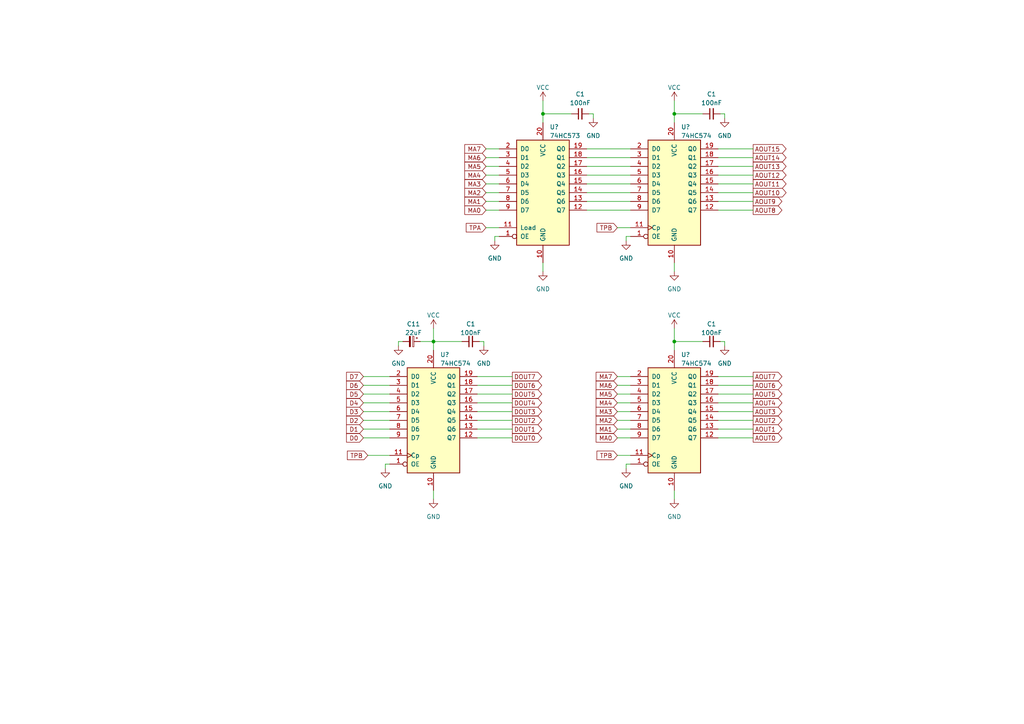
<source format=kicad_sch>
(kicad_sch (version 20230121) (generator eeschema)

  (uuid 244a5b50-788e-421b-9f60-adac6a1c72f6)

  (paper "A4")

  (title_block
    (title "Flip-Flops")
    (date "2023-04-25")
    (rev "1")
    (company "ZLED")
  )

  (lib_symbols
    (symbol "74xx:74LS573" (pin_names (offset 1.016)) (in_bom yes) (on_board yes)
      (property "Reference" "U" (at -7.62 16.51 0)
        (effects (font (size 1.27 1.27)))
      )
      (property "Value" "74LS573" (at -7.62 -16.51 0)
        (effects (font (size 1.27 1.27)))
      )
      (property "Footprint" "" (at 0 0 0)
        (effects (font (size 1.27 1.27)) hide)
      )
      (property "Datasheet" "74xx/74hc573.pdf" (at 0 0 0)
        (effects (font (size 1.27 1.27)) hide)
      )
      (property "ki_locked" "" (at 0 0 0)
        (effects (font (size 1.27 1.27)))
      )
      (property "ki_keywords" "TTL DFF DFF8 LATCH 3State" (at 0 0 0)
        (effects (font (size 1.27 1.27)) hide)
      )
      (property "ki_description" "8-bit Latch 3-state outputs" (at 0 0 0)
        (effects (font (size 1.27 1.27)) hide)
      )
      (property "ki_fp_filters" "DIP?20*" (at 0 0 0)
        (effects (font (size 1.27 1.27)) hide)
      )
      (symbol "74LS573_1_0"
        (pin input inverted (at -12.7 -12.7 0) (length 5.08)
          (name "OE" (effects (font (size 1.27 1.27))))
          (number "1" (effects (font (size 1.27 1.27))))
        )
        (pin power_in line (at 0 -20.32 90) (length 5.08)
          (name "GND" (effects (font (size 1.27 1.27))))
          (number "10" (effects (font (size 1.27 1.27))))
        )
        (pin input line (at -12.7 -10.16 0) (length 5.08)
          (name "Load" (effects (font (size 1.27 1.27))))
          (number "11" (effects (font (size 1.27 1.27))))
        )
        (pin tri_state line (at 12.7 -5.08 180) (length 5.08)
          (name "Q7" (effects (font (size 1.27 1.27))))
          (number "12" (effects (font (size 1.27 1.27))))
        )
        (pin tri_state line (at 12.7 -2.54 180) (length 5.08)
          (name "Q6" (effects (font (size 1.27 1.27))))
          (number "13" (effects (font (size 1.27 1.27))))
        )
        (pin tri_state line (at 12.7 0 180) (length 5.08)
          (name "Q5" (effects (font (size 1.27 1.27))))
          (number "14" (effects (font (size 1.27 1.27))))
        )
        (pin tri_state line (at 12.7 2.54 180) (length 5.08)
          (name "Q4" (effects (font (size 1.27 1.27))))
          (number "15" (effects (font (size 1.27 1.27))))
        )
        (pin tri_state line (at 12.7 5.08 180) (length 5.08)
          (name "Q3" (effects (font (size 1.27 1.27))))
          (number "16" (effects (font (size 1.27 1.27))))
        )
        (pin tri_state line (at 12.7 7.62 180) (length 5.08)
          (name "Q2" (effects (font (size 1.27 1.27))))
          (number "17" (effects (font (size 1.27 1.27))))
        )
        (pin tri_state line (at 12.7 10.16 180) (length 5.08)
          (name "Q1" (effects (font (size 1.27 1.27))))
          (number "18" (effects (font (size 1.27 1.27))))
        )
        (pin tri_state line (at 12.7 12.7 180) (length 5.08)
          (name "Q0" (effects (font (size 1.27 1.27))))
          (number "19" (effects (font (size 1.27 1.27))))
        )
        (pin input line (at -12.7 12.7 0) (length 5.08)
          (name "D0" (effects (font (size 1.27 1.27))))
          (number "2" (effects (font (size 1.27 1.27))))
        )
        (pin power_in line (at 0 20.32 270) (length 5.08)
          (name "VCC" (effects (font (size 1.27 1.27))))
          (number "20" (effects (font (size 1.27 1.27))))
        )
        (pin input line (at -12.7 10.16 0) (length 5.08)
          (name "D1" (effects (font (size 1.27 1.27))))
          (number "3" (effects (font (size 1.27 1.27))))
        )
        (pin input line (at -12.7 7.62 0) (length 5.08)
          (name "D2" (effects (font (size 1.27 1.27))))
          (number "4" (effects (font (size 1.27 1.27))))
        )
        (pin input line (at -12.7 5.08 0) (length 5.08)
          (name "D3" (effects (font (size 1.27 1.27))))
          (number "5" (effects (font (size 1.27 1.27))))
        )
        (pin input line (at -12.7 2.54 0) (length 5.08)
          (name "D4" (effects (font (size 1.27 1.27))))
          (number "6" (effects (font (size 1.27 1.27))))
        )
        (pin input line (at -12.7 0 0) (length 5.08)
          (name "D5" (effects (font (size 1.27 1.27))))
          (number "7" (effects (font (size 1.27 1.27))))
        )
        (pin input line (at -12.7 -2.54 0) (length 5.08)
          (name "D6" (effects (font (size 1.27 1.27))))
          (number "8" (effects (font (size 1.27 1.27))))
        )
        (pin input line (at -12.7 -5.08 0) (length 5.08)
          (name "D7" (effects (font (size 1.27 1.27))))
          (number "9" (effects (font (size 1.27 1.27))))
        )
      )
      (symbol "74LS573_1_1"
        (rectangle (start -7.62 15.24) (end 7.62 -15.24)
          (stroke (width 0.254) (type default))
          (fill (type background))
        )
      )
    )
    (symbol "74xx:74LS574" (pin_names (offset 1.016)) (in_bom yes) (on_board yes)
      (property "Reference" "U" (at -7.62 16.51 0)
        (effects (font (size 1.27 1.27)))
      )
      (property "Value" "74LS574" (at -7.62 -16.51 0)
        (effects (font (size 1.27 1.27)))
      )
      (property "Footprint" "" (at 0 0 0)
        (effects (font (size 1.27 1.27)) hide)
      )
      (property "Datasheet" "http://www.ti.com/lit/gpn/sn74LS574" (at 0 0 0)
        (effects (font (size 1.27 1.27)) hide)
      )
      (property "ki_locked" "" (at 0 0 0)
        (effects (font (size 1.27 1.27)))
      )
      (property "ki_keywords" "TTL REG DFF DFF8 3State" (at 0 0 0)
        (effects (font (size 1.27 1.27)) hide)
      )
      (property "ki_description" "8-bit Register, 3-state outputs" (at 0 0 0)
        (effects (font (size 1.27 1.27)) hide)
      )
      (property "ki_fp_filters" "DIP?20*" (at 0 0 0)
        (effects (font (size 1.27 1.27)) hide)
      )
      (symbol "74LS574_1_0"
        (pin input inverted (at -12.7 -12.7 0) (length 5.08)
          (name "OE" (effects (font (size 1.27 1.27))))
          (number "1" (effects (font (size 1.27 1.27))))
        )
        (pin power_in line (at 0 -20.32 90) (length 5.08)
          (name "GND" (effects (font (size 1.27 1.27))))
          (number "10" (effects (font (size 1.27 1.27))))
        )
        (pin input clock (at -12.7 -10.16 0) (length 5.08)
          (name "Cp" (effects (font (size 1.27 1.27))))
          (number "11" (effects (font (size 1.27 1.27))))
        )
        (pin tri_state line (at 12.7 -5.08 180) (length 5.08)
          (name "Q7" (effects (font (size 1.27 1.27))))
          (number "12" (effects (font (size 1.27 1.27))))
        )
        (pin tri_state line (at 12.7 -2.54 180) (length 5.08)
          (name "Q6" (effects (font (size 1.27 1.27))))
          (number "13" (effects (font (size 1.27 1.27))))
        )
        (pin tri_state line (at 12.7 0 180) (length 5.08)
          (name "Q5" (effects (font (size 1.27 1.27))))
          (number "14" (effects (font (size 1.27 1.27))))
        )
        (pin tri_state line (at 12.7 2.54 180) (length 5.08)
          (name "Q4" (effects (font (size 1.27 1.27))))
          (number "15" (effects (font (size 1.27 1.27))))
        )
        (pin tri_state line (at 12.7 5.08 180) (length 5.08)
          (name "Q3" (effects (font (size 1.27 1.27))))
          (number "16" (effects (font (size 1.27 1.27))))
        )
        (pin tri_state line (at 12.7 7.62 180) (length 5.08)
          (name "Q2" (effects (font (size 1.27 1.27))))
          (number "17" (effects (font (size 1.27 1.27))))
        )
        (pin tri_state line (at 12.7 10.16 180) (length 5.08)
          (name "Q1" (effects (font (size 1.27 1.27))))
          (number "18" (effects (font (size 1.27 1.27))))
        )
        (pin tri_state line (at 12.7 12.7 180) (length 5.08)
          (name "Q0" (effects (font (size 1.27 1.27))))
          (number "19" (effects (font (size 1.27 1.27))))
        )
        (pin input line (at -12.7 12.7 0) (length 5.08)
          (name "D0" (effects (font (size 1.27 1.27))))
          (number "2" (effects (font (size 1.27 1.27))))
        )
        (pin power_in line (at 0 20.32 270) (length 5.08)
          (name "VCC" (effects (font (size 1.27 1.27))))
          (number "20" (effects (font (size 1.27 1.27))))
        )
        (pin input line (at -12.7 10.16 0) (length 5.08)
          (name "D1" (effects (font (size 1.27 1.27))))
          (number "3" (effects (font (size 1.27 1.27))))
        )
        (pin input line (at -12.7 7.62 0) (length 5.08)
          (name "D2" (effects (font (size 1.27 1.27))))
          (number "4" (effects (font (size 1.27 1.27))))
        )
        (pin input line (at -12.7 5.08 0) (length 5.08)
          (name "D3" (effects (font (size 1.27 1.27))))
          (number "5" (effects (font (size 1.27 1.27))))
        )
        (pin input line (at -12.7 2.54 0) (length 5.08)
          (name "D4" (effects (font (size 1.27 1.27))))
          (number "6" (effects (font (size 1.27 1.27))))
        )
        (pin input line (at -12.7 0 0) (length 5.08)
          (name "D5" (effects (font (size 1.27 1.27))))
          (number "7" (effects (font (size 1.27 1.27))))
        )
        (pin input line (at -12.7 -2.54 0) (length 5.08)
          (name "D6" (effects (font (size 1.27 1.27))))
          (number "8" (effects (font (size 1.27 1.27))))
        )
        (pin input line (at -12.7 -5.08 0) (length 5.08)
          (name "D7" (effects (font (size 1.27 1.27))))
          (number "9" (effects (font (size 1.27 1.27))))
        )
      )
      (symbol "74LS574_1_1"
        (rectangle (start -7.62 15.24) (end 7.62 -15.24)
          (stroke (width 0.254) (type default))
          (fill (type background))
        )
      )
    )
    (symbol "Device:C_Polarized_Small" (pin_numbers hide) (pin_names (offset 0.254) hide) (in_bom yes) (on_board yes)
      (property "Reference" "C" (at 0.254 1.778 0)
        (effects (font (size 1.27 1.27)) (justify left))
      )
      (property "Value" "C_Polarized_Small" (at 0.254 -2.032 0)
        (effects (font (size 1.27 1.27)) (justify left))
      )
      (property "Footprint" "" (at 0 0 0)
        (effects (font (size 1.27 1.27)) hide)
      )
      (property "Datasheet" "~" (at 0 0 0)
        (effects (font (size 1.27 1.27)) hide)
      )
      (property "ki_keywords" "cap capacitor" (at 0 0 0)
        (effects (font (size 1.27 1.27)) hide)
      )
      (property "ki_description" "Polarized capacitor, small symbol" (at 0 0 0)
        (effects (font (size 1.27 1.27)) hide)
      )
      (property "ki_fp_filters" "CP_*" (at 0 0 0)
        (effects (font (size 1.27 1.27)) hide)
      )
      (symbol "C_Polarized_Small_0_1"
        (rectangle (start -1.524 -0.3048) (end 1.524 -0.6858)
          (stroke (width 0) (type default))
          (fill (type outline))
        )
        (rectangle (start -1.524 0.6858) (end 1.524 0.3048)
          (stroke (width 0) (type default))
          (fill (type none))
        )
        (polyline
          (pts
            (xy -1.27 1.524)
            (xy -0.762 1.524)
          )
          (stroke (width 0) (type default))
          (fill (type none))
        )
        (polyline
          (pts
            (xy -1.016 1.27)
            (xy -1.016 1.778)
          )
          (stroke (width 0) (type default))
          (fill (type none))
        )
      )
      (symbol "C_Polarized_Small_1_1"
        (pin passive line (at 0 2.54 270) (length 1.8542)
          (name "~" (effects (font (size 1.27 1.27))))
          (number "1" (effects (font (size 1.27 1.27))))
        )
        (pin passive line (at 0 -2.54 90) (length 1.8542)
          (name "~" (effects (font (size 1.27 1.27))))
          (number "2" (effects (font (size 1.27 1.27))))
        )
      )
    )
    (symbol "Device:C_Small" (pin_numbers hide) (pin_names (offset 0.254) hide) (in_bom yes) (on_board yes)
      (property "Reference" "C" (at 0.254 1.778 0)
        (effects (font (size 1.27 1.27)) (justify left))
      )
      (property "Value" "C_Small" (at 0.254 -2.032 0)
        (effects (font (size 1.27 1.27)) (justify left))
      )
      (property "Footprint" "" (at 0 0 0)
        (effects (font (size 1.27 1.27)) hide)
      )
      (property "Datasheet" "~" (at 0 0 0)
        (effects (font (size 1.27 1.27)) hide)
      )
      (property "ki_keywords" "capacitor cap" (at 0 0 0)
        (effects (font (size 1.27 1.27)) hide)
      )
      (property "ki_description" "Unpolarized capacitor, small symbol" (at 0 0 0)
        (effects (font (size 1.27 1.27)) hide)
      )
      (property "ki_fp_filters" "C_*" (at 0 0 0)
        (effects (font (size 1.27 1.27)) hide)
      )
      (symbol "C_Small_0_1"
        (polyline
          (pts
            (xy -1.524 -0.508)
            (xy 1.524 -0.508)
          )
          (stroke (width 0.3302) (type default))
          (fill (type none))
        )
        (polyline
          (pts
            (xy -1.524 0.508)
            (xy 1.524 0.508)
          )
          (stroke (width 0.3048) (type default))
          (fill (type none))
        )
      )
      (symbol "C_Small_1_1"
        (pin passive line (at 0 2.54 270) (length 2.032)
          (name "~" (effects (font (size 1.27 1.27))))
          (number "1" (effects (font (size 1.27 1.27))))
        )
        (pin passive line (at 0 -2.54 90) (length 2.032)
          (name "~" (effects (font (size 1.27 1.27))))
          (number "2" (effects (font (size 1.27 1.27))))
        )
      )
    )
    (symbol "power:GND" (power) (pin_names (offset 0)) (in_bom yes) (on_board yes)
      (property "Reference" "#PWR" (at 0 -6.35 0)
        (effects (font (size 1.27 1.27)) hide)
      )
      (property "Value" "GND" (at 0 -3.81 0)
        (effects (font (size 1.27 1.27)))
      )
      (property "Footprint" "" (at 0 0 0)
        (effects (font (size 1.27 1.27)) hide)
      )
      (property "Datasheet" "" (at 0 0 0)
        (effects (font (size 1.27 1.27)) hide)
      )
      (property "ki_keywords" "global power" (at 0 0 0)
        (effects (font (size 1.27 1.27)) hide)
      )
      (property "ki_description" "Power symbol creates a global label with name \"GND\" , ground" (at 0 0 0)
        (effects (font (size 1.27 1.27)) hide)
      )
      (symbol "GND_0_1"
        (polyline
          (pts
            (xy 0 0)
            (xy 0 -1.27)
            (xy 1.27 -1.27)
            (xy 0 -2.54)
            (xy -1.27 -1.27)
            (xy 0 -1.27)
          )
          (stroke (width 0) (type default))
          (fill (type none))
        )
      )
      (symbol "GND_1_1"
        (pin power_in line (at 0 0 270) (length 0) hide
          (name "GND" (effects (font (size 1.27 1.27))))
          (number "1" (effects (font (size 1.27 1.27))))
        )
      )
    )
    (symbol "power:VCC" (power) (pin_names (offset 0)) (in_bom yes) (on_board yes)
      (property "Reference" "#PWR" (at 0 -3.81 0)
        (effects (font (size 1.27 1.27)) hide)
      )
      (property "Value" "VCC" (at 0 3.81 0)
        (effects (font (size 1.27 1.27)))
      )
      (property "Footprint" "" (at 0 0 0)
        (effects (font (size 1.27 1.27)) hide)
      )
      (property "Datasheet" "" (at 0 0 0)
        (effects (font (size 1.27 1.27)) hide)
      )
      (property "ki_keywords" "global power" (at 0 0 0)
        (effects (font (size 1.27 1.27)) hide)
      )
      (property "ki_description" "Power symbol creates a global label with name \"VCC\"" (at 0 0 0)
        (effects (font (size 1.27 1.27)) hide)
      )
      (symbol "VCC_0_1"
        (polyline
          (pts
            (xy -0.762 1.27)
            (xy 0 2.54)
          )
          (stroke (width 0) (type default))
          (fill (type none))
        )
        (polyline
          (pts
            (xy 0 0)
            (xy 0 2.54)
          )
          (stroke (width 0) (type default))
          (fill (type none))
        )
        (polyline
          (pts
            (xy 0 2.54)
            (xy 0.762 1.27)
          )
          (stroke (width 0) (type default))
          (fill (type none))
        )
      )
      (symbol "VCC_1_1"
        (pin power_in line (at 0 0 90) (length 0) hide
          (name "VCC" (effects (font (size 1.27 1.27))))
          (number "1" (effects (font (size 1.27 1.27))))
        )
      )
    )
  )

  (junction (at 157.48 33.02) (diameter 0) (color 0 0 0 0)
    (uuid 0bf75eb6-e265-4b18-b606-69c77658ec10)
  )
  (junction (at 195.58 99.06) (diameter 0) (color 0 0 0 0)
    (uuid 58e98b89-f22f-4729-8d64-b7bf1208a0bc)
  )
  (junction (at 125.73 99.06) (diameter 0) (color 0 0 0 0)
    (uuid 9032df4c-17b5-4e70-a77f-3cec182c5781)
  )
  (junction (at 195.58 33.02) (diameter 0) (color 0 0 0 0)
    (uuid f8223f51-0568-4971-b557-4813e85e6ae1)
  )

  (wire (pts (xy 170.18 53.34) (xy 182.88 53.34))
    (stroke (width 0) (type default))
    (uuid 05b6bbf1-0046-4de1-a25f-af0cc41cde29)
  )
  (wire (pts (xy 170.18 58.42) (xy 182.88 58.42))
    (stroke (width 0) (type default))
    (uuid 080a651f-2747-44d4-9863-09cefc3e3b29)
  )
  (wire (pts (xy 105.41 116.84) (xy 113.03 116.84))
    (stroke (width 0) (type default))
    (uuid 08ba177f-c27a-4120-b86e-f564bc994f9b)
  )
  (wire (pts (xy 105.41 119.38) (xy 113.03 119.38))
    (stroke (width 0) (type default))
    (uuid 0a99b5c7-ddeb-495a-82d6-869b2ddc6726)
  )
  (wire (pts (xy 208.28 43.18) (xy 218.44 43.18))
    (stroke (width 0) (type default))
    (uuid 0b0da488-b578-40a2-aaad-d8fba6df81c2)
  )
  (wire (pts (xy 195.58 33.02) (xy 203.835 33.02))
    (stroke (width 0) (type default))
    (uuid 0c770dd2-8cfd-4bf6-91a8-95a3497b1594)
  )
  (wire (pts (xy 208.28 55.88) (xy 218.44 55.88))
    (stroke (width 0) (type default))
    (uuid 0d621fe8-dcab-4b02-9c14-1f91f9e4651c)
  )
  (wire (pts (xy 170.18 43.18) (xy 182.88 43.18))
    (stroke (width 0) (type default))
    (uuid 0e545395-696f-4945-a0e1-38e4c165845d)
  )
  (wire (pts (xy 208.28 109.22) (xy 218.44 109.22))
    (stroke (width 0) (type default))
    (uuid 102a7d2c-ede2-4e1f-b345-5ea84a83f258)
  )
  (wire (pts (xy 195.58 29.21) (xy 195.58 33.02))
    (stroke (width 0) (type default))
    (uuid 10faccb7-f0b7-48cd-a2a4-844f4d8b7099)
  )
  (wire (pts (xy 170.815 33.02) (xy 172.085 33.02))
    (stroke (width 0) (type default))
    (uuid 1134abcc-8f47-4372-b21a-94c072693ccd)
  )
  (wire (pts (xy 157.48 76.2) (xy 157.48 78.74))
    (stroke (width 0) (type default))
    (uuid 15be1d5e-0d13-49b6-871e-b7c31f3bdf0b)
  )
  (wire (pts (xy 208.28 114.3) (xy 218.44 114.3))
    (stroke (width 0) (type default))
    (uuid 19835bc8-06a9-4e96-86b7-3db6de9ef48d)
  )
  (wire (pts (xy 106.68 132.08) (xy 113.03 132.08))
    (stroke (width 0) (type default))
    (uuid 1c367948-1c5a-4213-9d4c-10289dc07554)
  )
  (wire (pts (xy 157.48 33.02) (xy 165.735 33.02))
    (stroke (width 0) (type default))
    (uuid 20e0433d-dff2-41fb-9e17-d30aebacdddf)
  )
  (wire (pts (xy 105.41 109.22) (xy 113.03 109.22))
    (stroke (width 0) (type default))
    (uuid 2293ad90-c9f1-4739-897c-bb7f138fe61a)
  )
  (wire (pts (xy 140.335 99.06) (xy 140.335 100.33))
    (stroke (width 0) (type default))
    (uuid 24a7d9d5-843b-455a-8f51-ba1616913456)
  )
  (wire (pts (xy 140.97 45.72) (xy 144.78 45.72))
    (stroke (width 0) (type default))
    (uuid 279657be-d73a-46e8-b969-a151e483bbee)
  )
  (wire (pts (xy 148.59 111.76) (xy 138.43 111.76))
    (stroke (width 0) (type default))
    (uuid 2a684eee-c298-4148-a1bb-de86c21f2273)
  )
  (wire (pts (xy 208.28 121.92) (xy 218.44 121.92))
    (stroke (width 0) (type default))
    (uuid 38de369f-0181-436a-a4c8-2c71dd1a5c2b)
  )
  (wire (pts (xy 105.41 124.46) (xy 113.03 124.46))
    (stroke (width 0) (type default))
    (uuid 3b5a6d8d-c30a-461d-90af-f42b85a41522)
  )
  (wire (pts (xy 208.28 53.34) (xy 218.44 53.34))
    (stroke (width 0) (type default))
    (uuid 3bd3fd78-5050-4abb-ba39-0288a30e7abb)
  )
  (wire (pts (xy 195.58 99.06) (xy 203.835 99.06))
    (stroke (width 0) (type default))
    (uuid 4073810f-387a-45e3-b17e-647744b1145f)
  )
  (wire (pts (xy 208.28 45.72) (xy 218.44 45.72))
    (stroke (width 0) (type default))
    (uuid 40819097-d7be-4e8e-8807-1b6bf50e47f1)
  )
  (wire (pts (xy 179.07 114.3) (xy 182.88 114.3))
    (stroke (width 0) (type default))
    (uuid 42ea9cba-148a-4021-afbc-52119a0f2cae)
  )
  (wire (pts (xy 181.61 68.58) (xy 182.88 68.58))
    (stroke (width 0) (type default))
    (uuid 44c7170b-a8ac-4f2a-9e39-d7594c249751)
  )
  (wire (pts (xy 143.51 69.85) (xy 143.51 68.58))
    (stroke (width 0) (type default))
    (uuid 44e13e22-c132-4c7f-a905-1c10621a0715)
  )
  (wire (pts (xy 208.28 124.46) (xy 218.44 124.46))
    (stroke (width 0) (type default))
    (uuid 4878f327-7241-4f6e-b9b4-ca638ad86058)
  )
  (wire (pts (xy 208.28 127) (xy 218.44 127))
    (stroke (width 0) (type default))
    (uuid 4b5fbc49-57b9-44fb-a906-1a5a04793af4)
  )
  (wire (pts (xy 195.58 76.2) (xy 195.58 78.74))
    (stroke (width 0) (type default))
    (uuid 4d0f59a3-0b85-4d33-98b2-de4c9ff8b143)
  )
  (wire (pts (xy 179.07 121.92) (xy 182.88 121.92))
    (stroke (width 0) (type default))
    (uuid 5603bcfc-1d94-4280-92b9-0cdc42aad73b)
  )
  (wire (pts (xy 208.915 33.02) (xy 210.185 33.02))
    (stroke (width 0) (type default))
    (uuid 57127d8d-7c72-4368-8147-22b6db1e8c89)
  )
  (wire (pts (xy 115.57 100.33) (xy 115.57 99.06))
    (stroke (width 0) (type default))
    (uuid 57503f6e-b97e-4b76-936e-04bb3c8804e1)
  )
  (wire (pts (xy 208.28 48.26) (xy 218.44 48.26))
    (stroke (width 0) (type default))
    (uuid 5a257f68-9dc8-413e-995a-99d981a7e47f)
  )
  (wire (pts (xy 179.07 127) (xy 182.88 127))
    (stroke (width 0) (type default))
    (uuid 5e67289e-9665-4991-b4a7-3d65516e7e06)
  )
  (wire (pts (xy 115.57 99.06) (xy 116.84 99.06))
    (stroke (width 0) (type default))
    (uuid 5f184a5d-38f3-421e-8b4d-edc178a8a3a9)
  )
  (wire (pts (xy 157.48 29.21) (xy 157.48 33.02))
    (stroke (width 0) (type default))
    (uuid 630b6f77-ed8d-47ea-a0fe-a8a1dda21546)
  )
  (wire (pts (xy 148.59 114.3) (xy 138.43 114.3))
    (stroke (width 0) (type default))
    (uuid 7521d344-6eda-49d8-8b36-9972535fcad8)
  )
  (wire (pts (xy 208.28 58.42) (xy 218.44 58.42))
    (stroke (width 0) (type default))
    (uuid 75e613ef-cf2b-4283-8298-f7361b1c1890)
  )
  (wire (pts (xy 195.58 33.02) (xy 195.58 35.56))
    (stroke (width 0) (type default))
    (uuid 76ccb3d3-4588-4ef6-92cf-d8dcb4db58bf)
  )
  (wire (pts (xy 208.915 99.06) (xy 210.185 99.06))
    (stroke (width 0) (type default))
    (uuid 7bd5f3f8-fba6-4dda-8d65-bc95f54c1584)
  )
  (wire (pts (xy 181.61 135.89) (xy 181.61 134.62))
    (stroke (width 0) (type default))
    (uuid 7c286b11-5ec1-48ac-b831-10c084ee7551)
  )
  (wire (pts (xy 111.76 134.62) (xy 111.76 135.89))
    (stroke (width 0) (type default))
    (uuid 7d46d21d-5120-4b30-8413-dffdf465e0b0)
  )
  (wire (pts (xy 179.07 132.08) (xy 182.88 132.08))
    (stroke (width 0) (type default))
    (uuid 7e54f577-123f-4d1c-b51e-d28571867f44)
  )
  (wire (pts (xy 140.97 58.42) (xy 144.78 58.42))
    (stroke (width 0) (type default))
    (uuid 7f358bb1-700e-444e-ab13-8085c730c41f)
  )
  (wire (pts (xy 140.97 60.96) (xy 144.78 60.96))
    (stroke (width 0) (type default))
    (uuid 807f7728-eb08-4194-8160-4ccd818d17ef)
  )
  (wire (pts (xy 143.51 68.58) (xy 144.78 68.58))
    (stroke (width 0) (type default))
    (uuid 81639524-539b-4899-a4bb-6f11dc3f2129)
  )
  (wire (pts (xy 195.58 142.24) (xy 195.58 144.78))
    (stroke (width 0) (type default))
    (uuid 86a03ad3-21f0-4197-8d10-c444d9c206d0)
  )
  (wire (pts (xy 105.41 114.3) (xy 113.03 114.3))
    (stroke (width 0) (type default))
    (uuid 8a533fa3-0d2f-49b9-8f79-0aea789fb58f)
  )
  (wire (pts (xy 113.03 134.62) (xy 111.76 134.62))
    (stroke (width 0) (type default))
    (uuid 8c201898-799c-47f4-a393-9e6b2839c137)
  )
  (wire (pts (xy 105.41 127) (xy 113.03 127))
    (stroke (width 0) (type default))
    (uuid 8d3af20f-042f-464e-bcd2-74d2f7e74407)
  )
  (wire (pts (xy 208.28 116.84) (xy 218.44 116.84))
    (stroke (width 0) (type default))
    (uuid 91ba2636-27bc-4e6e-a520-a9f5a5bb1b4e)
  )
  (wire (pts (xy 210.185 33.02) (xy 210.185 34.29))
    (stroke (width 0) (type default))
    (uuid 936dd620-0ddb-4539-89d5-6f4b6026b157)
  )
  (wire (pts (xy 140.97 55.88) (xy 144.78 55.88))
    (stroke (width 0) (type default))
    (uuid 94288063-31f0-4ffd-ac7b-4be5b4bd990d)
  )
  (wire (pts (xy 157.48 33.02) (xy 157.48 35.56))
    (stroke (width 0) (type default))
    (uuid 94d2b7e2-7ec1-4737-a7b0-d5520983073e)
  )
  (wire (pts (xy 148.59 109.22) (xy 138.43 109.22))
    (stroke (width 0) (type default))
    (uuid 95c0edf6-c64c-4918-b35c-d81b5472b163)
  )
  (wire (pts (xy 140.97 48.26) (xy 144.78 48.26))
    (stroke (width 0) (type default))
    (uuid 979b9558-1e3f-46ca-88b3-e53fb44a8726)
  )
  (wire (pts (xy 195.58 95.25) (xy 195.58 99.06))
    (stroke (width 0) (type default))
    (uuid 996e5cfb-45f9-4665-a9d3-728768cb9072)
  )
  (wire (pts (xy 181.61 69.85) (xy 181.61 68.58))
    (stroke (width 0) (type default))
    (uuid 9b4d4054-44f3-4541-ab24-ad99eee3cfb1)
  )
  (wire (pts (xy 170.18 48.26) (xy 182.88 48.26))
    (stroke (width 0) (type default))
    (uuid 9b5acc59-c5a3-463e-9bfe-e7f0c0aaee88)
  )
  (wire (pts (xy 148.59 121.92) (xy 138.43 121.92))
    (stroke (width 0) (type default))
    (uuid 9c70264b-2098-4ba5-a45e-03409949ddad)
  )
  (wire (pts (xy 208.28 111.76) (xy 218.44 111.76))
    (stroke (width 0) (type default))
    (uuid a01352b5-2c4a-4141-9db9-ab2c9998a88e)
  )
  (wire (pts (xy 148.59 116.84) (xy 138.43 116.84))
    (stroke (width 0) (type default))
    (uuid a18091b7-f8ae-4b8b-8a47-6811ec9f1a60)
  )
  (wire (pts (xy 208.28 50.8) (xy 218.44 50.8))
    (stroke (width 0) (type default))
    (uuid a3690b10-f882-45e8-a094-0d0471a3e3eb)
  )
  (wire (pts (xy 125.73 99.06) (xy 125.73 101.6))
    (stroke (width 0) (type default))
    (uuid a9e4b090-aaaa-46aa-836a-9ce0c6e2b728)
  )
  (wire (pts (xy 172.085 33.02) (xy 172.085 34.29))
    (stroke (width 0) (type default))
    (uuid b02c0e24-1b19-4ffe-bc1e-e47d274219bc)
  )
  (wire (pts (xy 179.07 109.22) (xy 182.88 109.22))
    (stroke (width 0) (type default))
    (uuid b1defdb9-bc13-4aad-b937-5a6d10fdd7dd)
  )
  (wire (pts (xy 140.97 66.04) (xy 144.78 66.04))
    (stroke (width 0) (type default))
    (uuid b235390f-2cbb-4d8c-9c49-8516d3da80a0)
  )
  (wire (pts (xy 148.59 124.46) (xy 138.43 124.46))
    (stroke (width 0) (type default))
    (uuid b2a0e9f1-99a7-46d8-a598-51767955d300)
  )
  (wire (pts (xy 121.92 99.06) (xy 125.73 99.06))
    (stroke (width 0) (type default))
    (uuid b6222fca-a8b9-437b-9761-1f51717c2035)
  )
  (wire (pts (xy 179.07 111.76) (xy 182.88 111.76))
    (stroke (width 0) (type default))
    (uuid b810629b-170e-4b43-b4e9-e373a50df6d1)
  )
  (wire (pts (xy 148.59 119.38) (xy 138.43 119.38))
    (stroke (width 0) (type default))
    (uuid ba667fbc-8a67-4e4a-abb2-0bcc33217209)
  )
  (wire (pts (xy 170.18 60.96) (xy 182.88 60.96))
    (stroke (width 0) (type default))
    (uuid bb011b27-ab4b-46ad-92bf-ad7cc47d262d)
  )
  (wire (pts (xy 170.18 55.88) (xy 182.88 55.88))
    (stroke (width 0) (type default))
    (uuid bf305898-08ba-42b3-ad15-eccc07d5a65f)
  )
  (wire (pts (xy 148.59 127) (xy 138.43 127))
    (stroke (width 0) (type default))
    (uuid c1ca3fdb-a723-4dd4-8445-96b8a920fd34)
  )
  (wire (pts (xy 170.18 50.8) (xy 182.88 50.8))
    (stroke (width 0) (type default))
    (uuid c9ec18a3-9129-4cdd-ab87-6ac1f60600b4)
  )
  (wire (pts (xy 208.28 119.38) (xy 218.44 119.38))
    (stroke (width 0) (type default))
    (uuid caa79130-d4c5-4f17-a277-c135cf461570)
  )
  (wire (pts (xy 210.185 99.06) (xy 210.185 100.33))
    (stroke (width 0) (type default))
    (uuid caea3387-aa6d-40a4-9feb-da4ae7d105ce)
  )
  (wire (pts (xy 179.07 116.84) (xy 182.88 116.84))
    (stroke (width 0) (type default))
    (uuid d0088b79-e1aa-4ceb-89cd-ba75e9a4fda2)
  )
  (wire (pts (xy 140.97 53.34) (xy 144.78 53.34))
    (stroke (width 0) (type default))
    (uuid d1116921-db0a-4c84-b4c1-f208890579df)
  )
  (wire (pts (xy 105.41 111.76) (xy 113.03 111.76))
    (stroke (width 0) (type default))
    (uuid d23af229-07d1-40b2-8fd0-6cabb9534a80)
  )
  (wire (pts (xy 140.97 50.8) (xy 144.78 50.8))
    (stroke (width 0) (type default))
    (uuid d87fefb7-2578-4bf3-b17a-48f2584eda24)
  )
  (wire (pts (xy 208.28 60.96) (xy 218.44 60.96))
    (stroke (width 0) (type default))
    (uuid d98d23da-62b2-4fe5-858b-b2a0ff1daf1f)
  )
  (wire (pts (xy 195.58 99.06) (xy 195.58 101.6))
    (stroke (width 0) (type default))
    (uuid dc0abfba-8fdc-4145-8ac9-c7aa535d1eb2)
  )
  (wire (pts (xy 105.41 121.92) (xy 113.03 121.92))
    (stroke (width 0) (type default))
    (uuid debf9e79-d111-43cb-9dd8-e03b1f546d4d)
  )
  (wire (pts (xy 170.18 45.72) (xy 182.88 45.72))
    (stroke (width 0) (type default))
    (uuid df768c65-012e-4ec1-88ad-889b9a3e7dfe)
  )
  (wire (pts (xy 179.07 66.04) (xy 182.88 66.04))
    (stroke (width 0) (type default))
    (uuid ea49aeb5-697a-4aff-9537-bfc34468c9ad)
  )
  (wire (pts (xy 181.61 134.62) (xy 182.88 134.62))
    (stroke (width 0) (type default))
    (uuid ed9fc682-0ff8-4348-a451-cbe0e20cee88)
  )
  (wire (pts (xy 125.73 95.25) (xy 125.73 99.06))
    (stroke (width 0) (type default))
    (uuid eef67ece-2fbb-4622-b11d-ba19ca6cd95d)
  )
  (wire (pts (xy 125.73 99.06) (xy 133.985 99.06))
    (stroke (width 0) (type default))
    (uuid f0b9058f-e5b5-42b2-9d58-dc849282e47f)
  )
  (wire (pts (xy 179.07 124.46) (xy 182.88 124.46))
    (stroke (width 0) (type default))
    (uuid f15fd40f-5409-4eaa-9570-8cc911e6c687)
  )
  (wire (pts (xy 140.97 43.18) (xy 144.78 43.18))
    (stroke (width 0) (type default))
    (uuid f4344d82-e342-462b-987c-610e105ff678)
  )
  (wire (pts (xy 179.07 119.38) (xy 182.88 119.38))
    (stroke (width 0) (type default))
    (uuid f551297d-3bfc-4c01-9cf5-4eeee7ca5af0)
  )
  (wire (pts (xy 139.065 99.06) (xy 140.335 99.06))
    (stroke (width 0) (type default))
    (uuid fb51b66e-29b9-4fae-84cc-79b7eb2f3bc4)
  )
  (wire (pts (xy 125.73 142.24) (xy 125.73 144.78))
    (stroke (width 0) (type default))
    (uuid fd1062dc-ea19-4ec4-b927-46f1d0dc88e2)
  )

  (global_label "MA5" (shape input) (at 140.97 48.26 180) (fields_autoplaced)
    (effects (font (size 1.27 1.27)) (justify right))
    (uuid 009e98a6-6022-4062-8135-50ff64269c42)
    (property "Intersheetrefs" "${INTERSHEET_REFS}" (at 134.3147 48.26 0)
      (effects (font (size 1.27 1.27)) (justify right) hide)
    )
  )
  (global_label "MA4" (shape input) (at 140.97 50.8 180) (fields_autoplaced)
    (effects (font (size 1.27 1.27)) (justify right))
    (uuid 04f0fab1-3fe2-4722-8b25-57640636cafc)
    (property "Intersheetrefs" "${INTERSHEET_REFS}" (at 134.3147 50.8 0)
      (effects (font (size 1.27 1.27)) (justify right) hide)
    )
  )
  (global_label "AOUT2" (shape output) (at 218.44 121.92 0) (fields_autoplaced)
    (effects (font (size 1.27 1.27)) (justify left))
    (uuid 08fe509a-0978-4d5b-a79d-3d05708453bc)
    (property "Intersheetrefs" "${INTERSHEET_REFS}" (at 227.2725 121.92 0)
      (effects (font (size 1.27 1.27)) (justify left) hide)
    )
  )
  (global_label "D7" (shape input) (at 105.41 109.22 180) (fields_autoplaced)
    (effects (font (size 1.27 1.27)) (justify right))
    (uuid 114d2e0b-bf31-441a-8a12-ef674fa781f0)
    (property "Intersheetrefs" "${INTERSHEET_REFS}" (at 100.0247 109.22 0)
      (effects (font (size 1.27 1.27)) (justify right) hide)
    )
  )
  (global_label "AOUT7" (shape output) (at 218.44 109.22 0) (fields_autoplaced)
    (effects (font (size 1.27 1.27)) (justify left))
    (uuid 17ae64a5-182d-43cd-945f-6afd4faec136)
    (property "Intersheetrefs" "${INTERSHEET_REFS}" (at 227.2725 109.22 0)
      (effects (font (size 1.27 1.27)) (justify left) hide)
    )
  )
  (global_label "MA1" (shape input) (at 140.97 58.42 180) (fields_autoplaced)
    (effects (font (size 1.27 1.27)) (justify right))
    (uuid 198bba2b-36f6-43bc-8312-ab5a478e477d)
    (property "Intersheetrefs" "${INTERSHEET_REFS}" (at 134.3147 58.42 0)
      (effects (font (size 1.27 1.27)) (justify right) hide)
    )
  )
  (global_label "D5" (shape input) (at 105.41 114.3 180) (fields_autoplaced)
    (effects (font (size 1.27 1.27)) (justify right))
    (uuid 198eb2eb-6ec1-4014-b0e5-af28d487c97c)
    (property "Intersheetrefs" "${INTERSHEET_REFS}" (at 100.0247 114.3 0)
      (effects (font (size 1.27 1.27)) (justify right) hide)
    )
  )
  (global_label "AOUT9" (shape output) (at 218.44 58.42 0) (fields_autoplaced)
    (effects (font (size 1.27 1.27)) (justify left))
    (uuid 1bcb105b-6283-4481-a38b-c3c7f28b58e8)
    (property "Intersheetrefs" "${INTERSHEET_REFS}" (at 227.2725 58.42 0)
      (effects (font (size 1.27 1.27)) (justify left) hide)
    )
  )
  (global_label "TPB" (shape input) (at 179.07 66.04 180) (fields_autoplaced)
    (effects (font (size 1.27 1.27)) (justify right))
    (uuid 1d457bc3-9955-470e-9805-137594ec5021)
    (property "Intersheetrefs" "${INTERSHEET_REFS}" (at 172.6566 66.04 0)
      (effects (font (size 1.27 1.27)) (justify right) hide)
    )
  )
  (global_label "AOUT8" (shape output) (at 218.44 60.96 0) (fields_autoplaced)
    (effects (font (size 1.27 1.27)) (justify left))
    (uuid 1eeecb6a-72df-4337-a215-8b3808c23450)
    (property "Intersheetrefs" "${INTERSHEET_REFS}" (at 227.2725 60.96 0)
      (effects (font (size 1.27 1.27)) (justify left) hide)
    )
  )
  (global_label "DOUT3" (shape output) (at 148.59 119.38 0) (fields_autoplaced)
    (effects (font (size 1.27 1.27)) (justify left))
    (uuid 21c8236c-918e-4ee7-83b1-8bef8cc66b79)
    (property "Intersheetrefs" "${INTERSHEET_REFS}" (at 157.6039 119.38 0)
      (effects (font (size 1.27 1.27)) (justify left) hide)
    )
  )
  (global_label "DOUT5" (shape output) (at 148.59 114.3 0) (fields_autoplaced)
    (effects (font (size 1.27 1.27)) (justify left))
    (uuid 27fff57a-e6b1-4cd9-907c-e4b0f02506ff)
    (property "Intersheetrefs" "${INTERSHEET_REFS}" (at 157.6039 114.3 0)
      (effects (font (size 1.27 1.27)) (justify left) hide)
    )
  )
  (global_label "DOUT0" (shape output) (at 148.59 127 0) (fields_autoplaced)
    (effects (font (size 1.27 1.27)) (justify left))
    (uuid 2c24ebef-554b-4c4d-8c41-43358214b63d)
    (property "Intersheetrefs" "${INTERSHEET_REFS}" (at 157.6039 127 0)
      (effects (font (size 1.27 1.27)) (justify left) hide)
    )
  )
  (global_label "MA4" (shape input) (at 179.07 116.84 180) (fields_autoplaced)
    (effects (font (size 1.27 1.27)) (justify right))
    (uuid 2dd94d14-e0a5-41e5-a83d-95ec51a72d52)
    (property "Intersheetrefs" "${INTERSHEET_REFS}" (at 172.4147 116.84 0)
      (effects (font (size 1.27 1.27)) (justify right) hide)
    )
  )
  (global_label "MA6" (shape input) (at 179.07 111.76 180) (fields_autoplaced)
    (effects (font (size 1.27 1.27)) (justify right))
    (uuid 2e02d977-a8ca-4b21-a95b-5a1285c90ca4)
    (property "Intersheetrefs" "${INTERSHEET_REFS}" (at 172.4147 111.76 0)
      (effects (font (size 1.27 1.27)) (justify right) hide)
    )
  )
  (global_label "D2" (shape input) (at 105.41 121.92 180) (fields_autoplaced)
    (effects (font (size 1.27 1.27)) (justify right))
    (uuid 2e9e806d-aedf-4cc7-a929-9c0d402c58d3)
    (property "Intersheetrefs" "${INTERSHEET_REFS}" (at 100.0247 121.92 0)
      (effects (font (size 1.27 1.27)) (justify right) hide)
    )
  )
  (global_label "AOUT14" (shape output) (at 218.44 45.72 0) (fields_autoplaced)
    (effects (font (size 1.27 1.27)) (justify left))
    (uuid 357d69a3-3f6e-4276-8553-47680f636bae)
    (property "Intersheetrefs" "${INTERSHEET_REFS}" (at 227.2725 45.72 0)
      (effects (font (size 1.27 1.27)) (justify left) hide)
    )
  )
  (global_label "TPA" (shape input) (at 140.97 66.04 180) (fields_autoplaced)
    (effects (font (size 1.27 1.27)) (justify right))
    (uuid 375648f0-ef49-4b94-a971-73651936d4ee)
    (property "Intersheetrefs" "${INTERSHEET_REFS}" (at 134.738 66.04 0)
      (effects (font (size 1.27 1.27)) (justify right) hide)
    )
  )
  (global_label "AOUT3" (shape output) (at 218.44 119.38 0) (fields_autoplaced)
    (effects (font (size 1.27 1.27)) (justify left))
    (uuid 3ca77ab5-a50d-4922-be7e-0a754abc427f)
    (property "Intersheetrefs" "${INTERSHEET_REFS}" (at 227.2725 119.38 0)
      (effects (font (size 1.27 1.27)) (justify left) hide)
    )
  )
  (global_label "MA3" (shape input) (at 179.07 119.38 180) (fields_autoplaced)
    (effects (font (size 1.27 1.27)) (justify right))
    (uuid 3ecface1-4462-4b37-90ed-dad1380b773e)
    (property "Intersheetrefs" "${INTERSHEET_REFS}" (at 172.4147 119.38 0)
      (effects (font (size 1.27 1.27)) (justify right) hide)
    )
  )
  (global_label "AOUT15" (shape output) (at 218.44 43.18 0) (fields_autoplaced)
    (effects (font (size 1.27 1.27)) (justify left))
    (uuid 3f26fceb-b7ae-4761-9bc0-a5bd4f437708)
    (property "Intersheetrefs" "${INTERSHEET_REFS}" (at 227.2725 43.18 0)
      (effects (font (size 1.27 1.27)) (justify left) hide)
    )
  )
  (global_label "AOUT10" (shape output) (at 218.44 55.88 0) (fields_autoplaced)
    (effects (font (size 1.27 1.27)) (justify left))
    (uuid 4b302979-58c8-4754-b3ad-65951fddad36)
    (property "Intersheetrefs" "${INTERSHEET_REFS}" (at 227.2725 55.88 0)
      (effects (font (size 1.27 1.27)) (justify left) hide)
    )
  )
  (global_label "DOUT1" (shape output) (at 148.59 124.46 0) (fields_autoplaced)
    (effects (font (size 1.27 1.27)) (justify left))
    (uuid 4db349a1-c1ec-4bb8-a033-90dc3150af35)
    (property "Intersheetrefs" "${INTERSHEET_REFS}" (at 157.6039 124.46 0)
      (effects (font (size 1.27 1.27)) (justify left) hide)
    )
  )
  (global_label "AOUT11" (shape output) (at 218.44 53.34 0) (fields_autoplaced)
    (effects (font (size 1.27 1.27)) (justify left))
    (uuid 50585f6f-f32e-4211-952b-a0041ffceabc)
    (property "Intersheetrefs" "${INTERSHEET_REFS}" (at 227.2725 53.34 0)
      (effects (font (size 1.27 1.27)) (justify left) hide)
    )
  )
  (global_label "D3" (shape input) (at 105.41 119.38 180) (fields_autoplaced)
    (effects (font (size 1.27 1.27)) (justify right))
    (uuid 596a6853-e983-4549-90a4-bdecf8df4c60)
    (property "Intersheetrefs" "${INTERSHEET_REFS}" (at 100.0247 119.38 0)
      (effects (font (size 1.27 1.27)) (justify right) hide)
    )
  )
  (global_label "MA2" (shape input) (at 140.97 55.88 180) (fields_autoplaced)
    (effects (font (size 1.27 1.27)) (justify right))
    (uuid 5fba8cb2-3f0b-41ff-b142-317263b55009)
    (property "Intersheetrefs" "${INTERSHEET_REFS}" (at 134.3147 55.88 0)
      (effects (font (size 1.27 1.27)) (justify right) hide)
    )
  )
  (global_label "MA3" (shape input) (at 140.97 53.34 180) (fields_autoplaced)
    (effects (font (size 1.27 1.27)) (justify right))
    (uuid 61732eb3-7e84-4c61-b23c-7b7e42b159a3)
    (property "Intersheetrefs" "${INTERSHEET_REFS}" (at 134.3147 53.34 0)
      (effects (font (size 1.27 1.27)) (justify right) hide)
    )
  )
  (global_label "AOUT5" (shape output) (at 218.44 114.3 0) (fields_autoplaced)
    (effects (font (size 1.27 1.27)) (justify left))
    (uuid 666f653f-3ad6-4112-91bc-de5ad5879d95)
    (property "Intersheetrefs" "${INTERSHEET_REFS}" (at 227.2725 114.3 0)
      (effects (font (size 1.27 1.27)) (justify left) hide)
    )
  )
  (global_label "MA6" (shape input) (at 140.97 45.72 180) (fields_autoplaced)
    (effects (font (size 1.27 1.27)) (justify right))
    (uuid 67625576-4e21-4ecd-a9ca-26ea43ea890d)
    (property "Intersheetrefs" "${INTERSHEET_REFS}" (at 134.3147 45.72 0)
      (effects (font (size 1.27 1.27)) (justify right) hide)
    )
  )
  (global_label "D6" (shape input) (at 105.41 111.76 180) (fields_autoplaced)
    (effects (font (size 1.27 1.27)) (justify right))
    (uuid 697f2246-1aed-4e5f-a34d-2949362e0a78)
    (property "Intersheetrefs" "${INTERSHEET_REFS}" (at 100.0247 111.76 0)
      (effects (font (size 1.27 1.27)) (justify right) hide)
    )
  )
  (global_label "DOUT7" (shape output) (at 148.59 109.22 0) (fields_autoplaced)
    (effects (font (size 1.27 1.27)) (justify left))
    (uuid 70fe6bd6-28a8-4859-93aa-0fc366d5786d)
    (property "Intersheetrefs" "${INTERSHEET_REFS}" (at 157.6039 109.22 0)
      (effects (font (size 1.27 1.27)) (justify left) hide)
    )
  )
  (global_label "DOUT2" (shape output) (at 148.59 121.92 0) (fields_autoplaced)
    (effects (font (size 1.27 1.27)) (justify left))
    (uuid 73650188-3c0c-452b-b385-d1e790c40e16)
    (property "Intersheetrefs" "${INTERSHEET_REFS}" (at 157.6039 121.92 0)
      (effects (font (size 1.27 1.27)) (justify left) hide)
    )
  )
  (global_label "AOUT0" (shape output) (at 218.44 127 0) (fields_autoplaced)
    (effects (font (size 1.27 1.27)) (justify left))
    (uuid 7ff00792-b06a-4ec7-8a2c-4b7adab0e223)
    (property "Intersheetrefs" "${INTERSHEET_REFS}" (at 227.2725 127 0)
      (effects (font (size 1.27 1.27)) (justify left) hide)
    )
  )
  (global_label "AOUT13" (shape output) (at 218.44 48.26 0) (fields_autoplaced)
    (effects (font (size 1.27 1.27)) (justify left))
    (uuid 8432b800-2ff4-454a-b936-8176a2d8fb4d)
    (property "Intersheetrefs" "${INTERSHEET_REFS}" (at 227.2725 48.26 0)
      (effects (font (size 1.27 1.27)) (justify left) hide)
    )
  )
  (global_label "MA7" (shape input) (at 179.07 109.22 180) (fields_autoplaced)
    (effects (font (size 1.27 1.27)) (justify right))
    (uuid 85a98011-c0a0-491c-a81d-92c506bef8e7)
    (property "Intersheetrefs" "${INTERSHEET_REFS}" (at 172.4147 109.22 0)
      (effects (font (size 1.27 1.27)) (justify right) hide)
    )
  )
  (global_label "AOUT12" (shape output) (at 218.44 50.8 0) (fields_autoplaced)
    (effects (font (size 1.27 1.27)) (justify left))
    (uuid 88246f61-ad08-4214-9ad9-efd4870e6e1c)
    (property "Intersheetrefs" "${INTERSHEET_REFS}" (at 227.2725 50.8 0)
      (effects (font (size 1.27 1.27)) (justify left) hide)
    )
  )
  (global_label "MA1" (shape input) (at 179.07 124.46 180) (fields_autoplaced)
    (effects (font (size 1.27 1.27)) (justify right))
    (uuid 96495547-7366-4f26-bc7d-c9e3e6e0aa21)
    (property "Intersheetrefs" "${INTERSHEET_REFS}" (at 172.4147 124.46 0)
      (effects (font (size 1.27 1.27)) (justify right) hide)
    )
  )
  (global_label "TPB" (shape input) (at 179.07 132.08 180) (fields_autoplaced)
    (effects (font (size 1.27 1.27)) (justify right))
    (uuid 97869cfc-2cf6-4ef4-b41e-5dd13486f59b)
    (property "Intersheetrefs" "${INTERSHEET_REFS}" (at 172.6566 132.08 0)
      (effects (font (size 1.27 1.27)) (justify right) hide)
    )
  )
  (global_label "MA7" (shape input) (at 140.97 43.18 180) (fields_autoplaced)
    (effects (font (size 1.27 1.27)) (justify right))
    (uuid 9880c0a8-a4be-4ec9-b28f-b8d84f5214a6)
    (property "Intersheetrefs" "${INTERSHEET_REFS}" (at 134.3147 43.18 0)
      (effects (font (size 1.27 1.27)) (justify right) hide)
    )
  )
  (global_label "AOUT1" (shape output) (at 218.44 124.46 0) (fields_autoplaced)
    (effects (font (size 1.27 1.27)) (justify left))
    (uuid a2def6fc-a5e7-4ab1-9bd8-32fa01eedd29)
    (property "Intersheetrefs" "${INTERSHEET_REFS}" (at 227.2725 124.46 0)
      (effects (font (size 1.27 1.27)) (justify left) hide)
    )
  )
  (global_label "MA5" (shape input) (at 179.07 114.3 180) (fields_autoplaced)
    (effects (font (size 1.27 1.27)) (justify right))
    (uuid b2e47d22-46ac-4131-876b-e0ef0746dbca)
    (property "Intersheetrefs" "${INTERSHEET_REFS}" (at 172.4147 114.3 0)
      (effects (font (size 1.27 1.27)) (justify right) hide)
    )
  )
  (global_label "D0" (shape input) (at 105.41 127 180) (fields_autoplaced)
    (effects (font (size 1.27 1.27)) (justify right))
    (uuid b684b1ac-b97a-4773-b9f5-bf32f1fb5557)
    (property "Intersheetrefs" "${INTERSHEET_REFS}" (at 100.0247 127 0)
      (effects (font (size 1.27 1.27)) (justify right) hide)
    )
  )
  (global_label "AOUT4" (shape output) (at 218.44 116.84 0) (fields_autoplaced)
    (effects (font (size 1.27 1.27)) (justify left))
    (uuid ba814321-c87e-4b20-9bff-1bae3991b65e)
    (property "Intersheetrefs" "${INTERSHEET_REFS}" (at 227.2725 116.84 0)
      (effects (font (size 1.27 1.27)) (justify left) hide)
    )
  )
  (global_label "TPB" (shape input) (at 106.68 132.08 180) (fields_autoplaced)
    (effects (font (size 1.27 1.27)) (justify right))
    (uuid bc94ed48-ecd7-424a-9659-9ebc0673ed12)
    (property "Intersheetrefs" "${INTERSHEET_REFS}" (at 100.2666 132.08 0)
      (effects (font (size 1.27 1.27)) (justify right) hide)
    )
  )
  (global_label "DOUT6" (shape output) (at 148.59 111.76 0) (fields_autoplaced)
    (effects (font (size 1.27 1.27)) (justify left))
    (uuid be24ad0a-18bf-4c1f-b7fa-4bc69f2c38ff)
    (property "Intersheetrefs" "${INTERSHEET_REFS}" (at 157.6039 111.76 0)
      (effects (font (size 1.27 1.27)) (justify left) hide)
    )
  )
  (global_label "D1" (shape input) (at 105.41 124.46 180) (fields_autoplaced)
    (effects (font (size 1.27 1.27)) (justify right))
    (uuid bfacaa3c-36ee-4944-818b-0db0523d8c98)
    (property "Intersheetrefs" "${INTERSHEET_REFS}" (at 100.0247 124.46 0)
      (effects (font (size 1.27 1.27)) (justify right) hide)
    )
  )
  (global_label "DOUT4" (shape output) (at 148.59 116.84 0) (fields_autoplaced)
    (effects (font (size 1.27 1.27)) (justify left))
    (uuid d2cfa502-c503-41bc-b15f-d35906ffe594)
    (property "Intersheetrefs" "${INTERSHEET_REFS}" (at 157.6039 116.84 0)
      (effects (font (size 1.27 1.27)) (justify left) hide)
    )
  )
  (global_label "MA0" (shape input) (at 140.97 60.96 180) (fields_autoplaced)
    (effects (font (size 1.27 1.27)) (justify right))
    (uuid d85b0de9-10e5-4953-8a24-ae7e9c751021)
    (property "Intersheetrefs" "${INTERSHEET_REFS}" (at 134.3147 60.96 0)
      (effects (font (size 1.27 1.27)) (justify right) hide)
    )
  )
  (global_label "AOUT6" (shape output) (at 218.44 111.76 0) (fields_autoplaced)
    (effects (font (size 1.27 1.27)) (justify left))
    (uuid e1442214-e737-4b97-8014-71e172861825)
    (property "Intersheetrefs" "${INTERSHEET_REFS}" (at 227.2725 111.76 0)
      (effects (font (size 1.27 1.27)) (justify left) hide)
    )
  )
  (global_label "MA2" (shape input) (at 179.07 121.92 180) (fields_autoplaced)
    (effects (font (size 1.27 1.27)) (justify right))
    (uuid e371d820-5d9e-401a-bb50-9a5fdb9054de)
    (property "Intersheetrefs" "${INTERSHEET_REFS}" (at 172.4147 121.92 0)
      (effects (font (size 1.27 1.27)) (justify right) hide)
    )
  )
  (global_label "MA0" (shape input) (at 179.07 127 180) (fields_autoplaced)
    (effects (font (size 1.27 1.27)) (justify right))
    (uuid e5dbe9bd-e3df-4538-8c1d-04d69a739fae)
    (property "Intersheetrefs" "${INTERSHEET_REFS}" (at 172.4147 127 0)
      (effects (font (size 1.27 1.27)) (justify right) hide)
    )
  )
  (global_label "D4" (shape input) (at 105.41 116.84 180) (fields_autoplaced)
    (effects (font (size 1.27 1.27)) (justify right))
    (uuid f68d2ff8-adb7-4ea1-bf7f-e13c0c56f455)
    (property "Intersheetrefs" "${INTERSHEET_REFS}" (at 100.0247 116.84 0)
      (effects (font (size 1.27 1.27)) (justify right) hide)
    )
  )

  (symbol (lib_id "power:GND") (at 210.185 34.29 0) (unit 1)
    (in_bom yes) (on_board yes) (dnp no) (fields_autoplaced)
    (uuid 08a506a7-0adf-4bb3-9295-cdc7a8517e43)
    (property "Reference" "#PWR?" (at 210.185 40.64 0)
      (effects (font (size 1.27 1.27)) hide)
    )
    (property "Value" "GND" (at 210.185 39.37 0)
      (effects (font (size 1.27 1.27)))
    )
    (property "Footprint" "" (at 210.185 34.29 0)
      (effects (font (size 1.27 1.27)) hide)
    )
    (property "Datasheet" "" (at 210.185 34.29 0)
      (effects (font (size 1.27 1.27)) hide)
    )
    (pin "1" (uuid 64d6ba51-ac34-4bcf-a409-6bc0680ab60e))
    (instances
      (project "cdp-leddriver"
        (path "/79ddae9e-e34b-45d2-839a-57367545b266"
          (reference "#PWR?") (unit 1)
        )
        (path "/79ddae9e-e34b-45d2-839a-57367545b266/2203823f-3cf9-45e4-bd76-1eeb6b184e52"
          (reference "#PWR035") (unit 1)
        )
      )
    )
  )

  (symbol (lib_id "Device:C_Small") (at 168.275 33.02 90) (unit 1)
    (in_bom yes) (on_board yes) (dnp no) (fields_autoplaced)
    (uuid 09431095-b169-4352-bd01-504bbe689f18)
    (property "Reference" "C1" (at 168.2813 27.305 90)
      (effects (font (size 1.27 1.27)))
    )
    (property "Value" "100nF" (at 168.2813 29.845 90)
      (effects (font (size 1.27 1.27)))
    )
    (property "Footprint" "Capacitor_THT:C_Disc_D3.0mm_W1.6mm_P2.50mm" (at 168.275 33.02 0)
      (effects (font (size 1.27 1.27)) hide)
    )
    (property "Datasheet" "~" (at 168.275 33.02 0)
      (effects (font (size 1.27 1.27)) hide)
    )
    (pin "1" (uuid b711aef4-5652-4f2c-b9ff-6752f7ea8640))
    (pin "2" (uuid 0375bc94-1ac2-4863-be33-9b4586fc8149))
    (instances
      (project "cdp-leddriver"
        (path "/79ddae9e-e34b-45d2-839a-57367545b266/e4fb5f57-91b6-4601-83b7-25fdb1b2a277"
          (reference "C1") (unit 1)
        )
        (path "/79ddae9e-e34b-45d2-839a-57367545b266/2203823f-3cf9-45e4-bd76-1eeb6b184e52"
          (reference "C2") (unit 1)
        )
      )
    )
  )

  (symbol (lib_id "power:GND") (at 210.185 100.33 0) (unit 1)
    (in_bom yes) (on_board yes) (dnp no) (fields_autoplaced)
    (uuid 0a2dc634-8a73-47e4-af5e-579b6ee46036)
    (property "Reference" "#PWR?" (at 210.185 106.68 0)
      (effects (font (size 1.27 1.27)) hide)
    )
    (property "Value" "GND" (at 210.185 105.41 0)
      (effects (font (size 1.27 1.27)))
    )
    (property "Footprint" "" (at 210.185 100.33 0)
      (effects (font (size 1.27 1.27)) hide)
    )
    (property "Datasheet" "" (at 210.185 100.33 0)
      (effects (font (size 1.27 1.27)) hide)
    )
    (pin "1" (uuid a9c341d8-be33-4909-8ed0-e2d3ac291b32))
    (instances
      (project "cdp-leddriver"
        (path "/79ddae9e-e34b-45d2-839a-57367545b266"
          (reference "#PWR?") (unit 1)
        )
        (path "/79ddae9e-e34b-45d2-839a-57367545b266/2203823f-3cf9-45e4-bd76-1eeb6b184e52"
          (reference "#PWR036") (unit 1)
        )
      )
    )
  )

  (symbol (lib_id "74xx:74LS574") (at 195.58 55.88 0) (unit 1)
    (in_bom yes) (on_board yes) (dnp no) (fields_autoplaced)
    (uuid 1189ccb4-126b-4668-b5f3-7a35bfc444c0)
    (property "Reference" "U?" (at 197.5359 36.83 0)
      (effects (font (size 1.27 1.27)) (justify left))
    )
    (property "Value" "74HC574" (at 197.5359 39.37 0)
      (effects (font (size 1.27 1.27)) (justify left))
    )
    (property "Footprint" "Package_DIP:DIP-20_W7.62mm_Socket" (at 195.58 55.88 0)
      (effects (font (size 1.27 1.27)) hide)
    )
    (property "Datasheet" "http://www.ti.com/lit/gpn/sn74LS574" (at 195.58 55.88 0)
      (effects (font (size 1.27 1.27)) hide)
    )
    (pin "1" (uuid 7fa1b73d-0619-4396-940a-33cda051d064))
    (pin "10" (uuid 9d60f388-44dd-401b-89da-06dbfdadb212))
    (pin "11" (uuid 6c437bab-0c33-4436-9a3a-82e86725713d))
    (pin "12" (uuid 7d6d0626-97df-4fe0-b7a6-d4619642c708))
    (pin "13" (uuid ac50b782-636e-41ca-9c26-190963e79116))
    (pin "14" (uuid 2ad31d73-531e-4a0a-bee1-e7603d1637b7))
    (pin "15" (uuid dcf04ac0-b317-49a2-ad1b-33208c24e007))
    (pin "16" (uuid 05faca08-387e-44e5-a608-4f6217d8481a))
    (pin "17" (uuid 53486add-058c-41b8-8a6a-344f91f7bab2))
    (pin "18" (uuid 1fca38f2-b537-47da-ae05-849c36bc7a20))
    (pin "19" (uuid a5150b60-9e27-40be-83d1-daf717def6f8))
    (pin "2" (uuid 6f42279c-20a0-4d5a-9c9c-d9b552adbc18))
    (pin "20" (uuid 5f2b811c-0b25-41e6-83b7-3cb95f8ce407))
    (pin "3" (uuid 85c5d111-e8e8-4e09-a63d-ee6a38a08540))
    (pin "4" (uuid dc10451c-ef97-410b-a37e-8ee6a6c62f35))
    (pin "5" (uuid 4c3239ea-ee85-40d7-9c12-43321ba430fd))
    (pin "6" (uuid 6fdc9528-805e-4fd9-9953-9162818b41ca))
    (pin "7" (uuid cde03235-a5a7-467f-b208-e92183f70acb))
    (pin "8" (uuid cca49a63-d076-4466-bddb-774b8d4d37ba))
    (pin "9" (uuid b9278fc7-81d4-4e4d-ba78-194f22649aec))
    (instances
      (project "cdp-leddriver"
        (path "/79ddae9e-e34b-45d2-839a-57367545b266"
          (reference "U?") (unit 1)
        )
        (path "/79ddae9e-e34b-45d2-839a-57367545b266/2203823f-3cf9-45e4-bd76-1eeb6b184e52"
          (reference "U3") (unit 1)
        )
      )
    )
  )

  (symbol (lib_id "Device:C_Small") (at 206.375 99.06 90) (unit 1)
    (in_bom yes) (on_board yes) (dnp no) (fields_autoplaced)
    (uuid 13829728-f6a4-41e9-a310-96563c79c1a2)
    (property "Reference" "C1" (at 206.3813 93.98 90)
      (effects (font (size 1.27 1.27)))
    )
    (property "Value" "100nF" (at 206.3813 96.52 90)
      (effects (font (size 1.27 1.27)))
    )
    (property "Footprint" "Capacitor_THT:C_Disc_D3.0mm_W1.6mm_P2.50mm" (at 206.375 99.06 0)
      (effects (font (size 1.27 1.27)) hide)
    )
    (property "Datasheet" "~" (at 206.375 99.06 0)
      (effects (font (size 1.27 1.27)) hide)
    )
    (pin "1" (uuid 3e992f04-8dce-4ae5-8499-442345b7c17e))
    (pin "2" (uuid 1f595f74-4fc9-40f2-8581-815aa7d09746))
    (instances
      (project "cdp-leddriver"
        (path "/79ddae9e-e34b-45d2-839a-57367545b266/e4fb5f57-91b6-4601-83b7-25fdb1b2a277"
          (reference "C1") (unit 1)
        )
        (path "/79ddae9e-e34b-45d2-839a-57367545b266/2203823f-3cf9-45e4-bd76-1eeb6b184e52"
          (reference "C4") (unit 1)
        )
      )
    )
  )

  (symbol (lib_id "74xx:74LS574") (at 195.58 121.92 0) (unit 1)
    (in_bom yes) (on_board yes) (dnp no) (fields_autoplaced)
    (uuid 150e727c-e67c-4619-bfbf-243b858e4060)
    (property "Reference" "U?" (at 197.5359 102.87 0)
      (effects (font (size 1.27 1.27)) (justify left))
    )
    (property "Value" "74HC574" (at 197.5359 105.41 0)
      (effects (font (size 1.27 1.27)) (justify left))
    )
    (property "Footprint" "Package_DIP:DIP-20_W7.62mm_Socket" (at 195.58 121.92 0)
      (effects (font (size 1.27 1.27)) hide)
    )
    (property "Datasheet" "http://www.ti.com/lit/gpn/sn74LS574" (at 195.58 121.92 0)
      (effects (font (size 1.27 1.27)) hide)
    )
    (pin "1" (uuid c6b48e9a-fdf8-49e5-9b34-2acaa54509a0))
    (pin "10" (uuid aa721c7e-7436-4d2a-af88-07174dcd7d03))
    (pin "11" (uuid 79be56a0-6b3f-4a02-969d-872798667cab))
    (pin "12" (uuid 1acbaf3a-6bee-4abd-8c5a-45666e326364))
    (pin "13" (uuid 32bb1a9a-047f-4e82-bfd3-5638cdde2c1e))
    (pin "14" (uuid d5d25d55-8da6-4af7-bcb2-f18c1eb1b4a7))
    (pin "15" (uuid 449fbac6-01f2-4d10-8c15-1bd5b82cf45e))
    (pin "16" (uuid 24ae0aa4-ced3-475d-8bea-b2fc9443d381))
    (pin "17" (uuid 6035b60c-2820-456a-9c9c-5cc4a6a45e3e))
    (pin "18" (uuid cd1e5e1a-a691-4412-9c1e-9dd471e5a6a0))
    (pin "19" (uuid d8c98ddf-cdb7-4874-8a27-fc403090a39d))
    (pin "2" (uuid 55f38840-63f1-41e5-a8fd-f2158384c2dc))
    (pin "20" (uuid 2a939b09-c063-457b-a076-87d6b7cf356d))
    (pin "3" (uuid 5cc40cb4-4fa0-4dc0-a92f-25dadd4f0ae4))
    (pin "4" (uuid 72d2741f-922d-445d-a9c8-17d936cd3fae))
    (pin "5" (uuid 37db9972-5d35-4d94-aeba-9e16251ecf6e))
    (pin "6" (uuid e5cabf27-59b1-4627-88f4-9b82f590b517))
    (pin "7" (uuid a52a1fd1-be65-451f-8cc5-c5efa00018c3))
    (pin "8" (uuid 69ead48c-48fe-499b-ae2c-31d1db69db7f))
    (pin "9" (uuid a8eaa1b1-c319-4d8e-8cc2-896edb59fd6d))
    (instances
      (project "cdp-leddriver"
        (path "/79ddae9e-e34b-45d2-839a-57367545b266"
          (reference "U?") (unit 1)
        )
        (path "/79ddae9e-e34b-45d2-839a-57367545b266/2203823f-3cf9-45e4-bd76-1eeb6b184e52"
          (reference "U4") (unit 1)
        )
      )
    )
  )

  (symbol (lib_id "power:GND") (at 115.57 100.33 0) (unit 1)
    (in_bom yes) (on_board yes) (dnp no) (fields_autoplaced)
    (uuid 31c72625-58be-4a75-8c4a-81d4d258a424)
    (property "Reference" "#PWR?" (at 115.57 106.68 0)
      (effects (font (size 1.27 1.27)) hide)
    )
    (property "Value" "GND" (at 115.57 105.41 0)
      (effects (font (size 1.27 1.27)))
    )
    (property "Footprint" "" (at 115.57 100.33 0)
      (effects (font (size 1.27 1.27)) hide)
    )
    (property "Datasheet" "" (at 115.57 100.33 0)
      (effects (font (size 1.27 1.27)) hide)
    )
    (pin "1" (uuid 3f6e009a-c3fb-4e5f-9df5-2171724a1a90))
    (instances
      (project "cdp-leddriver"
        (path "/79ddae9e-e34b-45d2-839a-57367545b266"
          (reference "#PWR?") (unit 1)
        )
        (path "/79ddae9e-e34b-45d2-839a-57367545b266/2203823f-3cf9-45e4-bd76-1eeb6b184e52"
          (reference "#PWR044") (unit 1)
        )
      )
    )
  )

  (symbol (lib_id "74xx:74LS574") (at 125.73 121.92 0) (unit 1)
    (in_bom yes) (on_board yes) (dnp no) (fields_autoplaced)
    (uuid 454e43a7-a9e2-4131-94ee-6826a129fa30)
    (property "Reference" "U?" (at 127.6859 102.87 0)
      (effects (font (size 1.27 1.27)) (justify left))
    )
    (property "Value" "74HC574" (at 127.6859 105.41 0)
      (effects (font (size 1.27 1.27)) (justify left))
    )
    (property "Footprint" "Package_DIP:DIP-20_W7.62mm_Socket" (at 125.73 121.92 0)
      (effects (font (size 1.27 1.27)) hide)
    )
    (property "Datasheet" "http://www.ti.com/lit/gpn/sn74LS574" (at 125.73 121.92 0)
      (effects (font (size 1.27 1.27)) hide)
    )
    (pin "1" (uuid f66d0369-15ec-4cdd-a02d-c5a47c752ad1))
    (pin "10" (uuid 3a3c37b2-aa72-41a5-ba1c-ca58a9cabb3f))
    (pin "11" (uuid 5d913832-555c-4ab3-970c-77cf0b870f17))
    (pin "12" (uuid de82e433-84f0-40d0-becd-60b2af640ab4))
    (pin "13" (uuid 1178232d-bf13-4e8f-a331-4728f41c5599))
    (pin "14" (uuid 55b6ff5d-34fe-4bde-8a9d-3018e2515e15))
    (pin "15" (uuid 43c3efa6-abe1-4a0b-a1d4-3457adbf6c65))
    (pin "16" (uuid daebaf00-0fbb-4a83-bc15-420b6584da70))
    (pin "17" (uuid b33b08de-4c32-4ec4-abd9-b9d7b0351e69))
    (pin "18" (uuid b5063285-29f6-4ac5-b97a-610313059753))
    (pin "19" (uuid a38c447d-a65d-4e67-b30c-8416ab948619))
    (pin "2" (uuid 3c75cdd2-a402-4921-afb2-1628e5bad621))
    (pin "20" (uuid 4953cc40-67bb-4ea7-9d6b-2bb357c133d4))
    (pin "3" (uuid 0bfd24ea-c8d4-432d-ba58-46190ebf7b0c))
    (pin "4" (uuid 8e7c4f28-a891-4c08-bdc5-4f12af09087b))
    (pin "5" (uuid a2937059-0b3a-43f9-a57c-7adc5a74c4bd))
    (pin "6" (uuid 5a521ecd-db24-4fcc-9d33-44e1491ca4cb))
    (pin "7" (uuid 30d3a126-1d06-41e0-ad86-3857b035627a))
    (pin "8" (uuid fbd59c7f-5cf2-4f27-a424-2d74a9ac882b))
    (pin "9" (uuid 32d83983-44a3-4a03-8bee-8206ff161c6d))
    (instances
      (project "cdp-leddriver"
        (path "/79ddae9e-e34b-45d2-839a-57367545b266"
          (reference "U?") (unit 1)
        )
        (path "/79ddae9e-e34b-45d2-839a-57367545b266/2203823f-3cf9-45e4-bd76-1eeb6b184e52"
          (reference "U1") (unit 1)
        )
      )
    )
  )

  (symbol (lib_id "power:VCC") (at 157.48 29.21 0) (unit 1)
    (in_bom yes) (on_board yes) (dnp no) (fields_autoplaced)
    (uuid 4a09c7f9-e890-4946-87f0-c6de2f91b241)
    (property "Reference" "#PWR?" (at 157.48 33.02 0)
      (effects (font (size 1.27 1.27)) hide)
    )
    (property "Value" "VCC" (at 157.48 25.4 0)
      (effects (font (size 1.27 1.27)))
    )
    (property "Footprint" "" (at 157.48 29.21 0)
      (effects (font (size 1.27 1.27)) hide)
    )
    (property "Datasheet" "" (at 157.48 29.21 0)
      (effects (font (size 1.27 1.27)) hide)
    )
    (pin "1" (uuid 28e6041d-727d-4b64-bbb8-81b9f3834695))
    (instances
      (project "cdp-leddriver"
        (path "/79ddae9e-e34b-45d2-839a-57367545b266"
          (reference "#PWR?") (unit 1)
        )
        (path "/79ddae9e-e34b-45d2-839a-57367545b266/2203823f-3cf9-45e4-bd76-1eeb6b184e52"
          (reference "#PWR05") (unit 1)
        )
      )
    )
  )

  (symbol (lib_id "74xx:74LS573") (at 157.48 55.88 0) (unit 1)
    (in_bom yes) (on_board yes) (dnp no) (fields_autoplaced)
    (uuid 50650bcc-ada2-4885-87fc-e9c9c61f6681)
    (property "Reference" "U?" (at 159.4359 36.83 0)
      (effects (font (size 1.27 1.27)) (justify left))
    )
    (property "Value" "74HC573" (at 159.4359 39.37 0)
      (effects (font (size 1.27 1.27)) (justify left))
    )
    (property "Footprint" "Package_DIP:DIP-20_W7.62mm_Socket" (at 157.48 55.88 0)
      (effects (font (size 1.27 1.27)) hide)
    )
    (property "Datasheet" "74xx/74hc573.pdf" (at 157.48 55.88 0)
      (effects (font (size 1.27 1.27)) hide)
    )
    (pin "1" (uuid ffb64bfe-4e7c-4329-a650-59ac81cc9ed5))
    (pin "10" (uuid 29bcbe50-4708-48b5-9fd6-ac6c7223b189))
    (pin "11" (uuid 8866908c-4a52-4ed9-a569-442ba9c1be02))
    (pin "12" (uuid ae9a8063-e8da-4936-acab-423deb643390))
    (pin "13" (uuid d4bd0529-c609-4bfd-bd71-a2f9d2be2d7c))
    (pin "14" (uuid 3a6a2dc9-505f-49ca-acec-0eceafbb2a8b))
    (pin "15" (uuid 4ac38718-5292-4408-9801-437d068360e1))
    (pin "16" (uuid 92798339-77fb-4745-8d07-effa37159bea))
    (pin "17" (uuid aa1853c7-d913-4b50-a7e1-871c6c44d465))
    (pin "18" (uuid 258c1310-96f5-45d9-8fe4-a5b0d7899820))
    (pin "19" (uuid 05168a37-d81f-4b01-8e8d-61f57ab38a09))
    (pin "2" (uuid fca09710-c0dc-4c49-aa5d-2471037a7cef))
    (pin "20" (uuid 0813dccc-f173-40d7-9599-13a04efa539b))
    (pin "3" (uuid 2af3e002-60a2-482c-91c1-d628a6cf66ad))
    (pin "4" (uuid 575b6c75-80d5-45f0-b4da-998cf9a4d539))
    (pin "5" (uuid 7d662311-5c7f-491f-b466-92992af75d34))
    (pin "6" (uuid b2860f45-0cc6-47e7-9160-50070aee138b))
    (pin "7" (uuid aee7f6d2-c829-4007-b153-7f701fed719c))
    (pin "8" (uuid a4eaf85e-0f29-414e-97a0-d4d9969f912c))
    (pin "9" (uuid d58b3f7f-4e7f-4e4b-b428-c15324744644))
    (instances
      (project "cdp-leddriver"
        (path "/79ddae9e-e34b-45d2-839a-57367545b266"
          (reference "U?") (unit 1)
        )
        (path "/79ddae9e-e34b-45d2-839a-57367545b266/2203823f-3cf9-45e4-bd76-1eeb6b184e52"
          (reference "U2") (unit 1)
        )
      )
    )
  )

  (symbol (lib_id "power:GND") (at 195.58 78.74 0) (unit 1)
    (in_bom yes) (on_board yes) (dnp no) (fields_autoplaced)
    (uuid 6385892a-b191-4027-ade0-2a0029d41fbd)
    (property "Reference" "#PWR?" (at 195.58 85.09 0)
      (effects (font (size 1.27 1.27)) hide)
    )
    (property "Value" "GND" (at 195.58 83.82 0)
      (effects (font (size 1.27 1.27)))
    )
    (property "Footprint" "" (at 195.58 78.74 0)
      (effects (font (size 1.27 1.27)) hide)
    )
    (property "Datasheet" "" (at 195.58 78.74 0)
      (effects (font (size 1.27 1.27)) hide)
    )
    (pin "1" (uuid 9921b194-a4b8-464e-97e8-3535bfb1236d))
    (instances
      (project "cdp-leddriver"
        (path "/79ddae9e-e34b-45d2-839a-57367545b266"
          (reference "#PWR?") (unit 1)
        )
        (path "/79ddae9e-e34b-45d2-839a-57367545b266/2203823f-3cf9-45e4-bd76-1eeb6b184e52"
          (reference "#PWR010") (unit 1)
        )
      )
    )
  )

  (symbol (lib_id "power:GND") (at 143.51 69.85 0) (unit 1)
    (in_bom yes) (on_board yes) (dnp no) (fields_autoplaced)
    (uuid 7ea88543-9d74-4e09-956b-2c28ee079d59)
    (property "Reference" "#PWR?" (at 143.51 76.2 0)
      (effects (font (size 1.27 1.27)) hide)
    )
    (property "Value" "GND" (at 143.51 74.93 0)
      (effects (font (size 1.27 1.27)))
    )
    (property "Footprint" "" (at 143.51 69.85 0)
      (effects (font (size 1.27 1.27)) hide)
    )
    (property "Datasheet" "" (at 143.51 69.85 0)
      (effects (font (size 1.27 1.27)) hide)
    )
    (pin "1" (uuid 064db369-fa4f-4e29-86d8-a68a6f355d5f))
    (instances
      (project "cdp-leddriver"
        (path "/79ddae9e-e34b-45d2-839a-57367545b266"
          (reference "#PWR?") (unit 1)
        )
        (path "/79ddae9e-e34b-45d2-839a-57367545b266/2203823f-3cf9-45e4-bd76-1eeb6b184e52"
          (reference "#PWR04") (unit 1)
        )
      )
    )
  )

  (symbol (lib_id "power:GND") (at 111.76 135.89 0) (unit 1)
    (in_bom yes) (on_board yes) (dnp no) (fields_autoplaced)
    (uuid 8d140155-7fe1-42f4-8086-fca3e9bdd8bf)
    (property "Reference" "#PWR?" (at 111.76 142.24 0)
      (effects (font (size 1.27 1.27)) hide)
    )
    (property "Value" "GND" (at 111.76 140.97 0)
      (effects (font (size 1.27 1.27)))
    )
    (property "Footprint" "" (at 111.76 135.89 0)
      (effects (font (size 1.27 1.27)) hide)
    )
    (property "Datasheet" "" (at 111.76 135.89 0)
      (effects (font (size 1.27 1.27)) hide)
    )
    (pin "1" (uuid dbe9a7fd-878f-4966-83fd-8a66b23958b4))
    (instances
      (project "cdp-leddriver"
        (path "/79ddae9e-e34b-45d2-839a-57367545b266"
          (reference "#PWR?") (unit 1)
        )
        (path "/79ddae9e-e34b-45d2-839a-57367545b266/2203823f-3cf9-45e4-bd76-1eeb6b184e52"
          (reference "#PWR01") (unit 1)
        )
      )
    )
  )

  (symbol (lib_id "power:VCC") (at 125.73 95.25 0) (unit 1)
    (in_bom yes) (on_board yes) (dnp no) (fields_autoplaced)
    (uuid 944fe9bf-30e0-4b00-b6eb-687bb0dbbc29)
    (property "Reference" "#PWR?" (at 125.73 99.06 0)
      (effects (font (size 1.27 1.27)) hide)
    )
    (property "Value" "VCC" (at 125.73 91.44 0)
      (effects (font (size 1.27 1.27)))
    )
    (property "Footprint" "" (at 125.73 95.25 0)
      (effects (font (size 1.27 1.27)) hide)
    )
    (property "Datasheet" "" (at 125.73 95.25 0)
      (effects (font (size 1.27 1.27)) hide)
    )
    (pin "1" (uuid c33ab2ca-e383-4f8d-a772-ec6a1c4ac3ea))
    (instances
      (project "cdp-leddriver"
        (path "/79ddae9e-e34b-45d2-839a-57367545b266"
          (reference "#PWR?") (unit 1)
        )
        (path "/79ddae9e-e34b-45d2-839a-57367545b266/2203823f-3cf9-45e4-bd76-1eeb6b184e52"
          (reference "#PWR02") (unit 1)
        )
      )
    )
  )

  (symbol (lib_id "power:GND") (at 172.085 34.29 0) (unit 1)
    (in_bom yes) (on_board yes) (dnp no) (fields_autoplaced)
    (uuid 9ef63429-fecb-4cda-b910-ace9902b9f58)
    (property "Reference" "#PWR?" (at 172.085 40.64 0)
      (effects (font (size 1.27 1.27)) hide)
    )
    (property "Value" "GND" (at 172.085 39.37 0)
      (effects (font (size 1.27 1.27)))
    )
    (property "Footprint" "" (at 172.085 34.29 0)
      (effects (font (size 1.27 1.27)) hide)
    )
    (property "Datasheet" "" (at 172.085 34.29 0)
      (effects (font (size 1.27 1.27)) hide)
    )
    (pin "1" (uuid ad2626c9-59a6-41a0-a648-d6a1ab1b13a2))
    (instances
      (project "cdp-leddriver"
        (path "/79ddae9e-e34b-45d2-839a-57367545b266"
          (reference "#PWR?") (unit 1)
        )
        (path "/79ddae9e-e34b-45d2-839a-57367545b266/2203823f-3cf9-45e4-bd76-1eeb6b184e52"
          (reference "#PWR034") (unit 1)
        )
      )
    )
  )

  (symbol (lib_id "power:GND") (at 181.61 69.85 0) (unit 1)
    (in_bom yes) (on_board yes) (dnp no) (fields_autoplaced)
    (uuid a8372ee2-f8d2-46e9-a8ff-8d3aaf4865b7)
    (property "Reference" "#PWR?" (at 181.61 76.2 0)
      (effects (font (size 1.27 1.27)) hide)
    )
    (property "Value" "GND" (at 181.61 74.93 0)
      (effects (font (size 1.27 1.27)))
    )
    (property "Footprint" "" (at 181.61 69.85 0)
      (effects (font (size 1.27 1.27)) hide)
    )
    (property "Datasheet" "" (at 181.61 69.85 0)
      (effects (font (size 1.27 1.27)) hide)
    )
    (pin "1" (uuid 7d35760b-9048-4eb7-a399-1f6ee2b9b0e8))
    (instances
      (project "cdp-leddriver"
        (path "/79ddae9e-e34b-45d2-839a-57367545b266"
          (reference "#PWR?") (unit 1)
        )
        (path "/79ddae9e-e34b-45d2-839a-57367545b266/2203823f-3cf9-45e4-bd76-1eeb6b184e52"
          (reference "#PWR07") (unit 1)
        )
      )
    )
  )

  (symbol (lib_id "Device:C_Polarized_Small") (at 119.38 99.06 270) (unit 1)
    (in_bom yes) (on_board yes) (dnp no) (fields_autoplaced)
    (uuid ab29e799-f371-420b-a3cb-17db54e71b15)
    (property "Reference" "C11" (at 119.9261 93.98 90)
      (effects (font (size 1.27 1.27)))
    )
    (property "Value" "22uF" (at 119.9261 96.52 90)
      (effects (font (size 1.27 1.27)))
    )
    (property "Footprint" "Capacitor_THT:CP_Radial_D4.0mm_P1.50mm" (at 119.38 99.06 0)
      (effects (font (size 1.27 1.27)) hide)
    )
    (property "Datasheet" "~" (at 119.38 99.06 0)
      (effects (font (size 1.27 1.27)) hide)
    )
    (pin "1" (uuid 6d9f6991-49b9-4a92-8a15-4285b8b11743))
    (pin "2" (uuid 924cc5fc-9672-4b68-bb66-dd54e127d298))
    (instances
      (project "cdp-leddriver"
        (path "/79ddae9e-e34b-45d2-839a-57367545b266/7833159b-d5f0-4640-9291-1bf827f87e96"
          (reference "C11") (unit 1)
        )
        (path "/79ddae9e-e34b-45d2-839a-57367545b266/2203823f-3cf9-45e4-bd76-1eeb6b184e52"
          (reference "C13") (unit 1)
        )
      )
    )
  )

  (symbol (lib_id "power:GND") (at 140.335 100.33 0) (unit 1)
    (in_bom yes) (on_board yes) (dnp no) (fields_autoplaced)
    (uuid acc079fb-d619-4a40-b172-f91713d30cfa)
    (property "Reference" "#PWR?" (at 140.335 106.68 0)
      (effects (font (size 1.27 1.27)) hide)
    )
    (property "Value" "GND" (at 140.335 105.41 0)
      (effects (font (size 1.27 1.27)))
    )
    (property "Footprint" "" (at 140.335 100.33 0)
      (effects (font (size 1.27 1.27)) hide)
    )
    (property "Datasheet" "" (at 140.335 100.33 0)
      (effects (font (size 1.27 1.27)) hide)
    )
    (pin "1" (uuid 6ab85b0a-7118-455d-9392-08056b49a687))
    (instances
      (project "cdp-leddriver"
        (path "/79ddae9e-e34b-45d2-839a-57367545b266"
          (reference "#PWR?") (unit 1)
        )
        (path "/79ddae9e-e34b-45d2-839a-57367545b266/2203823f-3cf9-45e4-bd76-1eeb6b184e52"
          (reference "#PWR037") (unit 1)
        )
      )
    )
  )

  (symbol (lib_id "power:GND") (at 157.48 78.74 0) (unit 1)
    (in_bom yes) (on_board yes) (dnp no) (fields_autoplaced)
    (uuid b429a6ba-535d-4eef-a59a-51c662d22b09)
    (property "Reference" "#PWR?" (at 157.48 85.09 0)
      (effects (font (size 1.27 1.27)) hide)
    )
    (property "Value" "GND" (at 157.48 83.82 0)
      (effects (font (size 1.27 1.27)))
    )
    (property "Footprint" "" (at 157.48 78.74 0)
      (effects (font (size 1.27 1.27)) hide)
    )
    (property "Datasheet" "" (at 157.48 78.74 0)
      (effects (font (size 1.27 1.27)) hide)
    )
    (pin "1" (uuid 4cf7e42d-6c61-40ff-9f00-e151b52a446c))
    (instances
      (project "cdp-leddriver"
        (path "/79ddae9e-e34b-45d2-839a-57367545b266"
          (reference "#PWR?") (unit 1)
        )
        (path "/79ddae9e-e34b-45d2-839a-57367545b266/2203823f-3cf9-45e4-bd76-1eeb6b184e52"
          (reference "#PWR06") (unit 1)
        )
      )
    )
  )

  (symbol (lib_id "Device:C_Small") (at 206.375 33.02 90) (unit 1)
    (in_bom yes) (on_board yes) (dnp no) (fields_autoplaced)
    (uuid b8c07242-a751-4e76-9945-24b87730cdfd)
    (property "Reference" "C1" (at 206.3813 27.305 90)
      (effects (font (size 1.27 1.27)))
    )
    (property "Value" "100nF" (at 206.3813 29.845 90)
      (effects (font (size 1.27 1.27)))
    )
    (property "Footprint" "Capacitor_THT:C_Disc_D3.0mm_W1.6mm_P2.50mm" (at 206.375 33.02 0)
      (effects (font (size 1.27 1.27)) hide)
    )
    (property "Datasheet" "~" (at 206.375 33.02 0)
      (effects (font (size 1.27 1.27)) hide)
    )
    (pin "1" (uuid 646cb490-5a76-44dd-9b30-6623619956c3))
    (pin "2" (uuid 7c160d73-f909-44ca-99af-871260d115be))
    (instances
      (project "cdp-leddriver"
        (path "/79ddae9e-e34b-45d2-839a-57367545b266/e4fb5f57-91b6-4601-83b7-25fdb1b2a277"
          (reference "C1") (unit 1)
        )
        (path "/79ddae9e-e34b-45d2-839a-57367545b266/2203823f-3cf9-45e4-bd76-1eeb6b184e52"
          (reference "C3") (unit 1)
        )
      )
    )
  )

  (symbol (lib_id "power:GND") (at 181.61 135.89 0) (unit 1)
    (in_bom yes) (on_board yes) (dnp no) (fields_autoplaced)
    (uuid d476d1d5-f569-4685-973e-82d4ab7057d0)
    (property "Reference" "#PWR?" (at 181.61 142.24 0)
      (effects (font (size 1.27 1.27)) hide)
    )
    (property "Value" "GND" (at 181.61 140.97 0)
      (effects (font (size 1.27 1.27)))
    )
    (property "Footprint" "" (at 181.61 135.89 0)
      (effects (font (size 1.27 1.27)) hide)
    )
    (property "Datasheet" "" (at 181.61 135.89 0)
      (effects (font (size 1.27 1.27)) hide)
    )
    (pin "1" (uuid d1a31ee3-8f91-4d14-926b-3514d4f232f9))
    (instances
      (project "cdp-leddriver"
        (path "/79ddae9e-e34b-45d2-839a-57367545b266"
          (reference "#PWR?") (unit 1)
        )
        (path "/79ddae9e-e34b-45d2-839a-57367545b266/2203823f-3cf9-45e4-bd76-1eeb6b184e52"
          (reference "#PWR08") (unit 1)
        )
      )
    )
  )

  (symbol (lib_id "power:VCC") (at 195.58 95.25 0) (unit 1)
    (in_bom yes) (on_board yes) (dnp no) (fields_autoplaced)
    (uuid d5777210-0746-4cb6-ab43-50063f8b256e)
    (property "Reference" "#PWR?" (at 195.58 99.06 0)
      (effects (font (size 1.27 1.27)) hide)
    )
    (property "Value" "VCC" (at 195.58 91.44 0)
      (effects (font (size 1.27 1.27)))
    )
    (property "Footprint" "" (at 195.58 95.25 0)
      (effects (font (size 1.27 1.27)) hide)
    )
    (property "Datasheet" "" (at 195.58 95.25 0)
      (effects (font (size 1.27 1.27)) hide)
    )
    (pin "1" (uuid c34076c3-aea4-4fdf-80a5-3f04b3db40ca))
    (instances
      (project "cdp-leddriver"
        (path "/79ddae9e-e34b-45d2-839a-57367545b266"
          (reference "#PWR?") (unit 1)
        )
        (path "/79ddae9e-e34b-45d2-839a-57367545b266/2203823f-3cf9-45e4-bd76-1eeb6b184e52"
          (reference "#PWR011") (unit 1)
        )
      )
    )
  )

  (symbol (lib_id "power:VCC") (at 195.58 29.21 0) (unit 1)
    (in_bom yes) (on_board yes) (dnp no) (fields_autoplaced)
    (uuid d9ba1ac6-6797-46bb-93a5-b0124555ccac)
    (property "Reference" "#PWR?" (at 195.58 33.02 0)
      (effects (font (size 1.27 1.27)) hide)
    )
    (property "Value" "VCC" (at 195.58 25.4 0)
      (effects (font (size 1.27 1.27)))
    )
    (property "Footprint" "" (at 195.58 29.21 0)
      (effects (font (size 1.27 1.27)) hide)
    )
    (property "Datasheet" "" (at 195.58 29.21 0)
      (effects (font (size 1.27 1.27)) hide)
    )
    (pin "1" (uuid 0c9ffdbd-aee9-482b-8e80-d6a2d2d00d4d))
    (instances
      (project "cdp-leddriver"
        (path "/79ddae9e-e34b-45d2-839a-57367545b266"
          (reference "#PWR?") (unit 1)
        )
        (path "/79ddae9e-e34b-45d2-839a-57367545b266/2203823f-3cf9-45e4-bd76-1eeb6b184e52"
          (reference "#PWR09") (unit 1)
        )
      )
    )
  )

  (symbol (lib_id "power:GND") (at 125.73 144.78 0) (unit 1)
    (in_bom yes) (on_board yes) (dnp no) (fields_autoplaced)
    (uuid de27af8a-559c-479a-80c9-32c746eceb2c)
    (property "Reference" "#PWR?" (at 125.73 151.13 0)
      (effects (font (size 1.27 1.27)) hide)
    )
    (property "Value" "GND" (at 125.73 149.86 0)
      (effects (font (size 1.27 1.27)))
    )
    (property "Footprint" "" (at 125.73 144.78 0)
      (effects (font (size 1.27 1.27)) hide)
    )
    (property "Datasheet" "" (at 125.73 144.78 0)
      (effects (font (size 1.27 1.27)) hide)
    )
    (pin "1" (uuid dd41a609-67bb-494e-8a11-3a4bd6fea079))
    (instances
      (project "cdp-leddriver"
        (path "/79ddae9e-e34b-45d2-839a-57367545b266"
          (reference "#PWR?") (unit 1)
        )
        (path "/79ddae9e-e34b-45d2-839a-57367545b266/2203823f-3cf9-45e4-bd76-1eeb6b184e52"
          (reference "#PWR03") (unit 1)
        )
      )
    )
  )

  (symbol (lib_id "Device:C_Small") (at 136.525 99.06 90) (unit 1)
    (in_bom yes) (on_board yes) (dnp no) (fields_autoplaced)
    (uuid e165e023-9976-45f2-8635-9a52f53a43c5)
    (property "Reference" "C1" (at 136.5313 93.98 90)
      (effects (font (size 1.27 1.27)))
    )
    (property "Value" "100nF" (at 136.5313 96.52 90)
      (effects (font (size 1.27 1.27)))
    )
    (property "Footprint" "Capacitor_THT:C_Disc_D3.0mm_W1.6mm_P2.50mm" (at 136.525 99.06 0)
      (effects (font (size 1.27 1.27)) hide)
    )
    (property "Datasheet" "~" (at 136.525 99.06 0)
      (effects (font (size 1.27 1.27)) hide)
    )
    (pin "1" (uuid 0ad3f5fb-8d79-4b5e-92d1-69716c95e96b))
    (pin "2" (uuid 88c3c665-c74c-4ff7-be29-eb3eddbfe3b4))
    (instances
      (project "cdp-leddriver"
        (path "/79ddae9e-e34b-45d2-839a-57367545b266/e4fb5f57-91b6-4601-83b7-25fdb1b2a277"
          (reference "C1") (unit 1)
        )
        (path "/79ddae9e-e34b-45d2-839a-57367545b266/2203823f-3cf9-45e4-bd76-1eeb6b184e52"
          (reference "C1") (unit 1)
        )
      )
    )
  )

  (symbol (lib_id "power:GND") (at 195.58 144.78 0) (unit 1)
    (in_bom yes) (on_board yes) (dnp no) (fields_autoplaced)
    (uuid f46eedf7-730a-44ab-887c-54abe9bce274)
    (property "Reference" "#PWR?" (at 195.58 151.13 0)
      (effects (font (size 1.27 1.27)) hide)
    )
    (property "Value" "GND" (at 195.58 149.86 0)
      (effects (font (size 1.27 1.27)))
    )
    (property "Footprint" "" (at 195.58 144.78 0)
      (effects (font (size 1.27 1.27)) hide)
    )
    (property "Datasheet" "" (at 195.58 144.78 0)
      (effects (font (size 1.27 1.27)) hide)
    )
    (pin "1" (uuid 4f517675-9035-4020-8d84-2e6c1865cd9f))
    (instances
      (project "cdp-leddriver"
        (path "/79ddae9e-e34b-45d2-839a-57367545b266"
          (reference "#PWR?") (unit 1)
        )
        (path "/79ddae9e-e34b-45d2-839a-57367545b266/2203823f-3cf9-45e4-bd76-1eeb6b184e52"
          (reference "#PWR012") (unit 1)
        )
      )
    )
  )
)

</source>
